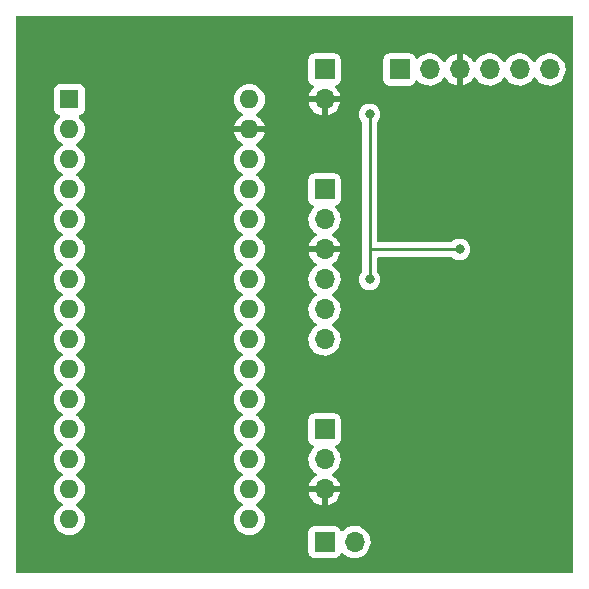
<source format=gbl>
G04 #@! TF.GenerationSoftware,KiCad,Pcbnew,(6.0.10)*
G04 #@! TF.CreationDate,2024-05-09T20:32:42+03:00*
G04 #@! TF.ProjectId,iot-robots,696f742d-726f-4626-9f74-732e6b696361,rev?*
G04 #@! TF.SameCoordinates,Original*
G04 #@! TF.FileFunction,Copper,L2,Bot*
G04 #@! TF.FilePolarity,Positive*
%FSLAX46Y46*%
G04 Gerber Fmt 4.6, Leading zero omitted, Abs format (unit mm)*
G04 Created by KiCad (PCBNEW (6.0.10)) date 2024-05-09 20:32:42*
%MOMM*%
%LPD*%
G01*
G04 APERTURE LIST*
G04 #@! TA.AperFunction,ComponentPad*
%ADD10R,1.700000X1.700000*%
G04 #@! TD*
G04 #@! TA.AperFunction,ComponentPad*
%ADD11O,1.700000X1.700000*%
G04 #@! TD*
G04 #@! TA.AperFunction,ComponentPad*
%ADD12R,1.600000X1.600000*%
G04 #@! TD*
G04 #@! TA.AperFunction,ComponentPad*
%ADD13O,1.600000X1.600000*%
G04 #@! TD*
G04 #@! TA.AperFunction,ViaPad*
%ADD14C,0.800000*%
G04 #@! TD*
G04 #@! TA.AperFunction,Conductor*
%ADD15C,0.250000*%
G04 #@! TD*
G04 APERTURE END LIST*
D10*
X120650000Y-114935000D03*
D11*
X123190000Y-114935000D03*
D10*
X120650000Y-105410000D03*
D11*
X120650000Y-107950000D03*
X120650000Y-110490000D03*
D10*
X120650000Y-85090000D03*
D11*
X120650000Y-87630000D03*
X120650000Y-90170000D03*
X120650000Y-92710000D03*
X120650000Y-95250000D03*
X120650000Y-97790000D03*
D10*
X120650000Y-74930000D03*
D11*
X120650000Y-77470000D03*
X139700000Y-74930000D03*
X137160000Y-74930000D03*
X134620000Y-74930000D03*
X132080000Y-74930000D03*
X129540000Y-74930000D03*
D10*
X127000000Y-74930000D03*
D12*
X99050000Y-77470000D03*
D13*
X99050000Y-80010000D03*
X99050000Y-82550000D03*
X99050000Y-85090000D03*
X99050000Y-87630000D03*
X99050000Y-90170000D03*
X99050000Y-92710000D03*
X99050000Y-95250000D03*
X99050000Y-97790000D03*
X99050000Y-100330000D03*
X99050000Y-102870000D03*
X99050000Y-105410000D03*
X99050000Y-107950000D03*
X99050000Y-110490000D03*
X99050000Y-113030000D03*
X114290000Y-113030000D03*
X114290000Y-110490000D03*
X114290000Y-107950000D03*
X114290000Y-105410000D03*
X114290000Y-102870000D03*
X114290000Y-100330000D03*
X114290000Y-97790000D03*
X114290000Y-95250000D03*
X114290000Y-92710000D03*
X114290000Y-90170000D03*
X114290000Y-87630000D03*
X114290000Y-85090000D03*
X114290000Y-82550000D03*
X114290000Y-80010000D03*
X114290000Y-77470000D03*
D14*
X132080000Y-90170000D03*
X124460000Y-92710000D03*
X124460000Y-78740000D03*
D15*
X130810000Y-90170000D02*
X132080000Y-90170000D01*
X124460000Y-90170000D02*
X124460000Y-92710000D01*
X124460000Y-78740000D02*
X124460000Y-90170000D01*
X124460000Y-90170000D02*
X130810000Y-90170000D01*
G04 #@! TA.AperFunction,Conductor*
G36*
X141673621Y-70378502D02*
G01*
X141720114Y-70432158D01*
X141731500Y-70484500D01*
X141731500Y-117475500D01*
X141711498Y-117543621D01*
X141657842Y-117590114D01*
X141605500Y-117601500D01*
X94614500Y-117601500D01*
X94546379Y-117581498D01*
X94499886Y-117527842D01*
X94488500Y-117475500D01*
X94488500Y-115833134D01*
X119291500Y-115833134D01*
X119298255Y-115895316D01*
X119349385Y-116031705D01*
X119436739Y-116148261D01*
X119553295Y-116235615D01*
X119689684Y-116286745D01*
X119751866Y-116293500D01*
X121548134Y-116293500D01*
X121610316Y-116286745D01*
X121746705Y-116235615D01*
X121863261Y-116148261D01*
X121950615Y-116031705D01*
X121972799Y-115972529D01*
X121994598Y-115914382D01*
X122037240Y-115857618D01*
X122103802Y-115832918D01*
X122173150Y-115848126D01*
X122207817Y-115876114D01*
X122236250Y-115908938D01*
X122408126Y-116051632D01*
X122601000Y-116164338D01*
X122809692Y-116244030D01*
X122814760Y-116245061D01*
X122814763Y-116245062D01*
X122922017Y-116266883D01*
X123028597Y-116288567D01*
X123033772Y-116288757D01*
X123033774Y-116288757D01*
X123246673Y-116296564D01*
X123246677Y-116296564D01*
X123251837Y-116296753D01*
X123256957Y-116296097D01*
X123256959Y-116296097D01*
X123468288Y-116269025D01*
X123468289Y-116269025D01*
X123473416Y-116268368D01*
X123478366Y-116266883D01*
X123682429Y-116205661D01*
X123682434Y-116205659D01*
X123687384Y-116204174D01*
X123887994Y-116105896D01*
X124069860Y-115976173D01*
X124228096Y-115818489D01*
X124358453Y-115637077D01*
X124457430Y-115436811D01*
X124522370Y-115223069D01*
X124551529Y-115001590D01*
X124553156Y-114935000D01*
X124534852Y-114712361D01*
X124480431Y-114495702D01*
X124391354Y-114290840D01*
X124351906Y-114229862D01*
X124272822Y-114107617D01*
X124272820Y-114107614D01*
X124270014Y-114103277D01*
X124119670Y-113938051D01*
X124115619Y-113934852D01*
X124115615Y-113934848D01*
X123948414Y-113802800D01*
X123948410Y-113802798D01*
X123944359Y-113799598D01*
X123748789Y-113691638D01*
X123743920Y-113689914D01*
X123743916Y-113689912D01*
X123543087Y-113618795D01*
X123543083Y-113618794D01*
X123538212Y-113617069D01*
X123533119Y-113616162D01*
X123533116Y-113616161D01*
X123323373Y-113578800D01*
X123323367Y-113578799D01*
X123318284Y-113577894D01*
X123244452Y-113576992D01*
X123100081Y-113575228D01*
X123100079Y-113575228D01*
X123094911Y-113575165D01*
X122874091Y-113608955D01*
X122661756Y-113678357D01*
X122463607Y-113781507D01*
X122459474Y-113784610D01*
X122459471Y-113784612D01*
X122289100Y-113912530D01*
X122284965Y-113915635D01*
X122228537Y-113974684D01*
X122204283Y-114000064D01*
X122142759Y-114035494D01*
X122071846Y-114032037D01*
X122014060Y-113990791D01*
X121995207Y-113957243D01*
X121953767Y-113846703D01*
X121950615Y-113838295D01*
X121863261Y-113721739D01*
X121746705Y-113634385D01*
X121610316Y-113583255D01*
X121548134Y-113576500D01*
X119751866Y-113576500D01*
X119689684Y-113583255D01*
X119553295Y-113634385D01*
X119436739Y-113721739D01*
X119349385Y-113838295D01*
X119298255Y-113974684D01*
X119291500Y-114036866D01*
X119291500Y-115833134D01*
X94488500Y-115833134D01*
X94488500Y-113030000D01*
X97736502Y-113030000D01*
X97756457Y-113258087D01*
X97815716Y-113479243D01*
X97818039Y-113484224D01*
X97818039Y-113484225D01*
X97910151Y-113681762D01*
X97910154Y-113681767D01*
X97912477Y-113686749D01*
X97981002Y-113784612D01*
X97989747Y-113797101D01*
X98043802Y-113874300D01*
X98205700Y-114036198D01*
X98210208Y-114039355D01*
X98210211Y-114039357D01*
X98264168Y-114077138D01*
X98393251Y-114167523D01*
X98398233Y-114169846D01*
X98398238Y-114169849D01*
X98595775Y-114261961D01*
X98600757Y-114264284D01*
X98606065Y-114265706D01*
X98606067Y-114265707D01*
X98816598Y-114322119D01*
X98816600Y-114322119D01*
X98821913Y-114323543D01*
X99050000Y-114343498D01*
X99278087Y-114323543D01*
X99283400Y-114322119D01*
X99283402Y-114322119D01*
X99493933Y-114265707D01*
X99493935Y-114265706D01*
X99499243Y-114264284D01*
X99504225Y-114261961D01*
X99701762Y-114169849D01*
X99701767Y-114169846D01*
X99706749Y-114167523D01*
X99835832Y-114077138D01*
X99889789Y-114039357D01*
X99889792Y-114039355D01*
X99894300Y-114036198D01*
X100056198Y-113874300D01*
X100110254Y-113797101D01*
X100118998Y-113784612D01*
X100187523Y-113686749D01*
X100189846Y-113681767D01*
X100189849Y-113681762D01*
X100281961Y-113484225D01*
X100281961Y-113484224D01*
X100284284Y-113479243D01*
X100343543Y-113258087D01*
X100363498Y-113030000D01*
X112976502Y-113030000D01*
X112996457Y-113258087D01*
X113055716Y-113479243D01*
X113058039Y-113484224D01*
X113058039Y-113484225D01*
X113150151Y-113681762D01*
X113150154Y-113681767D01*
X113152477Y-113686749D01*
X113221002Y-113784612D01*
X113229747Y-113797101D01*
X113283802Y-113874300D01*
X113445700Y-114036198D01*
X113450208Y-114039355D01*
X113450211Y-114039357D01*
X113504168Y-114077138D01*
X113633251Y-114167523D01*
X113638233Y-114169846D01*
X113638238Y-114169849D01*
X113835775Y-114261961D01*
X113840757Y-114264284D01*
X113846065Y-114265706D01*
X113846067Y-114265707D01*
X114056598Y-114322119D01*
X114056600Y-114322119D01*
X114061913Y-114323543D01*
X114290000Y-114343498D01*
X114518087Y-114323543D01*
X114523400Y-114322119D01*
X114523402Y-114322119D01*
X114733933Y-114265707D01*
X114733935Y-114265706D01*
X114739243Y-114264284D01*
X114744225Y-114261961D01*
X114941762Y-114169849D01*
X114941767Y-114169846D01*
X114946749Y-114167523D01*
X115075832Y-114077138D01*
X115129789Y-114039357D01*
X115129792Y-114039355D01*
X115134300Y-114036198D01*
X115296198Y-113874300D01*
X115350254Y-113797101D01*
X115358998Y-113784612D01*
X115427523Y-113686749D01*
X115429846Y-113681767D01*
X115429849Y-113681762D01*
X115521961Y-113484225D01*
X115521961Y-113484224D01*
X115524284Y-113479243D01*
X115583543Y-113258087D01*
X115603498Y-113030000D01*
X115583543Y-112801913D01*
X115524284Y-112580757D01*
X115521961Y-112575775D01*
X115429849Y-112378238D01*
X115429846Y-112378233D01*
X115427523Y-112373251D01*
X115296198Y-112185700D01*
X115134300Y-112023802D01*
X115129792Y-112020645D01*
X115129789Y-112020643D01*
X115051611Y-111965902D01*
X114946749Y-111892477D01*
X114941767Y-111890154D01*
X114941762Y-111890151D01*
X114907543Y-111874195D01*
X114854258Y-111827278D01*
X114834797Y-111759001D01*
X114855339Y-111691041D01*
X114907543Y-111645805D01*
X114941762Y-111629849D01*
X114941767Y-111629846D01*
X114946749Y-111627523D01*
X115051611Y-111554098D01*
X115129789Y-111499357D01*
X115129792Y-111499355D01*
X115134300Y-111496198D01*
X115296198Y-111334300D01*
X115427523Y-111146749D01*
X115429846Y-111141767D01*
X115429849Y-111141762D01*
X115521961Y-110944225D01*
X115521961Y-110944224D01*
X115524284Y-110939243D01*
X115572858Y-110757966D01*
X119318257Y-110757966D01*
X119348565Y-110892446D01*
X119351645Y-110902275D01*
X119431770Y-111099603D01*
X119436413Y-111108794D01*
X119547694Y-111290388D01*
X119553777Y-111298699D01*
X119693213Y-111459667D01*
X119700580Y-111466883D01*
X119864434Y-111602916D01*
X119872881Y-111608831D01*
X120056756Y-111716279D01*
X120066042Y-111720729D01*
X120265001Y-111796703D01*
X120274899Y-111799579D01*
X120378250Y-111820606D01*
X120392299Y-111819410D01*
X120396000Y-111809065D01*
X120396000Y-111808517D01*
X120904000Y-111808517D01*
X120908064Y-111822359D01*
X120921478Y-111824393D01*
X120928184Y-111823534D01*
X120938262Y-111821392D01*
X121142255Y-111760191D01*
X121151842Y-111756433D01*
X121343095Y-111662739D01*
X121351945Y-111657464D01*
X121525328Y-111533792D01*
X121533200Y-111527139D01*
X121684052Y-111376812D01*
X121690730Y-111368965D01*
X121815003Y-111196020D01*
X121820313Y-111187183D01*
X121914670Y-110996267D01*
X121918469Y-110986672D01*
X121980377Y-110782910D01*
X121982555Y-110772837D01*
X121983986Y-110761962D01*
X121981775Y-110747778D01*
X121968617Y-110744000D01*
X120922115Y-110744000D01*
X120906876Y-110748475D01*
X120905671Y-110749865D01*
X120904000Y-110757548D01*
X120904000Y-111808517D01*
X120396000Y-111808517D01*
X120396000Y-110762115D01*
X120391525Y-110746876D01*
X120390135Y-110745671D01*
X120382452Y-110744000D01*
X119333225Y-110744000D01*
X119319694Y-110747973D01*
X119318257Y-110757966D01*
X115572858Y-110757966D01*
X115582119Y-110723402D01*
X115582119Y-110723400D01*
X115583543Y-110718087D01*
X115603498Y-110490000D01*
X115583543Y-110261913D01*
X115576600Y-110236000D01*
X115525707Y-110046067D01*
X115525706Y-110046065D01*
X115524284Y-110040757D01*
X115435713Y-109850814D01*
X115429849Y-109838238D01*
X115429846Y-109838233D01*
X115427523Y-109833251D01*
X115296198Y-109645700D01*
X115134300Y-109483802D01*
X115129792Y-109480645D01*
X115129789Y-109480643D01*
X115051611Y-109425902D01*
X114946749Y-109352477D01*
X114941767Y-109350154D01*
X114941762Y-109350151D01*
X114907543Y-109334195D01*
X114854258Y-109287278D01*
X114834797Y-109219001D01*
X114855339Y-109151041D01*
X114907543Y-109105805D01*
X114941762Y-109089849D01*
X114941767Y-109089846D01*
X114946749Y-109087523D01*
X115089555Y-108987529D01*
X115129789Y-108959357D01*
X115129792Y-108959355D01*
X115134300Y-108956198D01*
X115296198Y-108794300D01*
X115320923Y-108758990D01*
X115424366Y-108611257D01*
X115427523Y-108606749D01*
X115429846Y-108601767D01*
X115429849Y-108601762D01*
X115521961Y-108404225D01*
X115521961Y-108404224D01*
X115524284Y-108399243D01*
X115534150Y-108362425D01*
X115582119Y-108183402D01*
X115582119Y-108183400D01*
X115583543Y-108178087D01*
X115603498Y-107950000D01*
X115600584Y-107916695D01*
X119287251Y-107916695D01*
X119287548Y-107921848D01*
X119287548Y-107921851D01*
X119293011Y-108016590D01*
X119300110Y-108139715D01*
X119301247Y-108144761D01*
X119301248Y-108144767D01*
X119309955Y-108183402D01*
X119349222Y-108357639D01*
X119433266Y-108564616D01*
X119549987Y-108755088D01*
X119696250Y-108923938D01*
X119868126Y-109066632D01*
X119935163Y-109105805D01*
X119941955Y-109109774D01*
X119990679Y-109161412D01*
X120003750Y-109231195D01*
X119977019Y-109296967D01*
X119936562Y-109330327D01*
X119928457Y-109334546D01*
X119919738Y-109340036D01*
X119749433Y-109467905D01*
X119741726Y-109474748D01*
X119594590Y-109628717D01*
X119588104Y-109636727D01*
X119468098Y-109812649D01*
X119463000Y-109821623D01*
X119373338Y-110014783D01*
X119369775Y-110024470D01*
X119314389Y-110224183D01*
X119315912Y-110232607D01*
X119328292Y-110236000D01*
X121968344Y-110236000D01*
X121981875Y-110232027D01*
X121983180Y-110222947D01*
X121941214Y-110055875D01*
X121937894Y-110046124D01*
X121852972Y-109850814D01*
X121848105Y-109841739D01*
X121732426Y-109662926D01*
X121726136Y-109654757D01*
X121582806Y-109497240D01*
X121575273Y-109490215D01*
X121408139Y-109358222D01*
X121399556Y-109352520D01*
X121362602Y-109332120D01*
X121312631Y-109281687D01*
X121297859Y-109212245D01*
X121322975Y-109145839D01*
X121350327Y-109119232D01*
X121373797Y-109102491D01*
X121529860Y-108991173D01*
X121561788Y-108959357D01*
X121684435Y-108837137D01*
X121688096Y-108833489D01*
X121719498Y-108789789D01*
X121815435Y-108656277D01*
X121818453Y-108652077D01*
X121838628Y-108611257D01*
X121915136Y-108456453D01*
X121915137Y-108456451D01*
X121917430Y-108451811D01*
X121982370Y-108238069D01*
X122011529Y-108016590D01*
X122013156Y-107950000D01*
X121994852Y-107727361D01*
X121940431Y-107510702D01*
X121851354Y-107305840D01*
X121730014Y-107118277D01*
X121715024Y-107101803D01*
X121582798Y-106956488D01*
X121551746Y-106892642D01*
X121560141Y-106822143D01*
X121605317Y-106767375D01*
X121631761Y-106753706D01*
X121738297Y-106713767D01*
X121746705Y-106710615D01*
X121863261Y-106623261D01*
X121950615Y-106506705D01*
X122001745Y-106370316D01*
X122008500Y-106308134D01*
X122008500Y-104511866D01*
X122001745Y-104449684D01*
X121950615Y-104313295D01*
X121863261Y-104196739D01*
X121746705Y-104109385D01*
X121610316Y-104058255D01*
X121548134Y-104051500D01*
X119751866Y-104051500D01*
X119689684Y-104058255D01*
X119553295Y-104109385D01*
X119436739Y-104196739D01*
X119349385Y-104313295D01*
X119298255Y-104449684D01*
X119291500Y-104511866D01*
X119291500Y-106308134D01*
X119298255Y-106370316D01*
X119349385Y-106506705D01*
X119436739Y-106623261D01*
X119553295Y-106710615D01*
X119561704Y-106713767D01*
X119561705Y-106713768D01*
X119670451Y-106754535D01*
X119727216Y-106797176D01*
X119751916Y-106863738D01*
X119736709Y-106933087D01*
X119717316Y-106959568D01*
X119590629Y-107092138D01*
X119587715Y-107096410D01*
X119587714Y-107096411D01*
X119578300Y-107110211D01*
X119464743Y-107276680D01*
X119370688Y-107479305D01*
X119310989Y-107694570D01*
X119287251Y-107916695D01*
X115600584Y-107916695D01*
X115583543Y-107721913D01*
X115577593Y-107699707D01*
X115525707Y-107506067D01*
X115525706Y-107506065D01*
X115524284Y-107500757D01*
X115512092Y-107474610D01*
X115429849Y-107298238D01*
X115429846Y-107298233D01*
X115427523Y-107293251D01*
X115354098Y-107188389D01*
X115299357Y-107110211D01*
X115299355Y-107110208D01*
X115296198Y-107105700D01*
X115134300Y-106943802D01*
X115129792Y-106940645D01*
X115129789Y-106940643D01*
X114960553Y-106822143D01*
X114946749Y-106812477D01*
X114941767Y-106810154D01*
X114941762Y-106810151D01*
X114907543Y-106794195D01*
X114854258Y-106747278D01*
X114834797Y-106679001D01*
X114855339Y-106611041D01*
X114907543Y-106565805D01*
X114941762Y-106549849D01*
X114941767Y-106549846D01*
X114946749Y-106547523D01*
X115051611Y-106474098D01*
X115129789Y-106419357D01*
X115129792Y-106419355D01*
X115134300Y-106416198D01*
X115296198Y-106254300D01*
X115427523Y-106066749D01*
X115429846Y-106061767D01*
X115429849Y-106061762D01*
X115521961Y-105864225D01*
X115521961Y-105864224D01*
X115524284Y-105859243D01*
X115583543Y-105638087D01*
X115603498Y-105410000D01*
X115583543Y-105181913D01*
X115524284Y-104960757D01*
X115521961Y-104955775D01*
X115429849Y-104758238D01*
X115429846Y-104758233D01*
X115427523Y-104753251D01*
X115296198Y-104565700D01*
X115134300Y-104403802D01*
X115129792Y-104400645D01*
X115129789Y-104400643D01*
X114994780Y-104306109D01*
X114946749Y-104272477D01*
X114941767Y-104270154D01*
X114941762Y-104270151D01*
X114907543Y-104254195D01*
X114854258Y-104207278D01*
X114834797Y-104139001D01*
X114855339Y-104071041D01*
X114907543Y-104025805D01*
X114941762Y-104009849D01*
X114941767Y-104009846D01*
X114946749Y-104007523D01*
X115051611Y-103934098D01*
X115129789Y-103879357D01*
X115129792Y-103879355D01*
X115134300Y-103876198D01*
X115296198Y-103714300D01*
X115427523Y-103526749D01*
X115429846Y-103521767D01*
X115429849Y-103521762D01*
X115521961Y-103324225D01*
X115521961Y-103324224D01*
X115524284Y-103319243D01*
X115583543Y-103098087D01*
X115603498Y-102870000D01*
X115583543Y-102641913D01*
X115524284Y-102420757D01*
X115521961Y-102415775D01*
X115429849Y-102218238D01*
X115429846Y-102218233D01*
X115427523Y-102213251D01*
X115296198Y-102025700D01*
X115134300Y-101863802D01*
X115129792Y-101860645D01*
X115129789Y-101860643D01*
X115051611Y-101805902D01*
X114946749Y-101732477D01*
X114941767Y-101730154D01*
X114941762Y-101730151D01*
X114907543Y-101714195D01*
X114854258Y-101667278D01*
X114834797Y-101599001D01*
X114855339Y-101531041D01*
X114907543Y-101485805D01*
X114941762Y-101469849D01*
X114941767Y-101469846D01*
X114946749Y-101467523D01*
X115051611Y-101394098D01*
X115129789Y-101339357D01*
X115129792Y-101339355D01*
X115134300Y-101336198D01*
X115296198Y-101174300D01*
X115427523Y-100986749D01*
X115429846Y-100981767D01*
X115429849Y-100981762D01*
X115521961Y-100784225D01*
X115521961Y-100784224D01*
X115524284Y-100779243D01*
X115583543Y-100558087D01*
X115603498Y-100330000D01*
X115583543Y-100101913D01*
X115524284Y-99880757D01*
X115521961Y-99875775D01*
X115429849Y-99678238D01*
X115429846Y-99678233D01*
X115427523Y-99673251D01*
X115296198Y-99485700D01*
X115134300Y-99323802D01*
X115129792Y-99320645D01*
X115129789Y-99320643D01*
X115051611Y-99265902D01*
X114946749Y-99192477D01*
X114941767Y-99190154D01*
X114941762Y-99190151D01*
X114907543Y-99174195D01*
X114854258Y-99127278D01*
X114834797Y-99059001D01*
X114855339Y-98991041D01*
X114907543Y-98945805D01*
X114941762Y-98929849D01*
X114941767Y-98929846D01*
X114946749Y-98927523D01*
X115089555Y-98827529D01*
X115129789Y-98799357D01*
X115129792Y-98799355D01*
X115134300Y-98796198D01*
X115296198Y-98634300D01*
X115320923Y-98598990D01*
X115424366Y-98451257D01*
X115427523Y-98446749D01*
X115429846Y-98441767D01*
X115429849Y-98441762D01*
X115521961Y-98244225D01*
X115521961Y-98244224D01*
X115524284Y-98239243D01*
X115534150Y-98202425D01*
X115582119Y-98023402D01*
X115582119Y-98023400D01*
X115583543Y-98018087D01*
X115603498Y-97790000D01*
X115600584Y-97756695D01*
X119287251Y-97756695D01*
X119287548Y-97761848D01*
X119287548Y-97761851D01*
X119293011Y-97856590D01*
X119300110Y-97979715D01*
X119301247Y-97984761D01*
X119301248Y-97984767D01*
X119309955Y-98023402D01*
X119349222Y-98197639D01*
X119433266Y-98404616D01*
X119549987Y-98595088D01*
X119696250Y-98763938D01*
X119868126Y-98906632D01*
X120061000Y-99019338D01*
X120269692Y-99099030D01*
X120274760Y-99100061D01*
X120274763Y-99100062D01*
X120382017Y-99121883D01*
X120488597Y-99143567D01*
X120493772Y-99143757D01*
X120493774Y-99143757D01*
X120706673Y-99151564D01*
X120706677Y-99151564D01*
X120711837Y-99151753D01*
X120716957Y-99151097D01*
X120716959Y-99151097D01*
X120928288Y-99124025D01*
X120928289Y-99124025D01*
X120933416Y-99123368D01*
X120938366Y-99121883D01*
X121142429Y-99060661D01*
X121142434Y-99060659D01*
X121147384Y-99059174D01*
X121347994Y-98960896D01*
X121529860Y-98831173D01*
X121561788Y-98799357D01*
X121684435Y-98677137D01*
X121688096Y-98673489D01*
X121719498Y-98629789D01*
X121815435Y-98496277D01*
X121818453Y-98492077D01*
X121838628Y-98451257D01*
X121915136Y-98296453D01*
X121915137Y-98296451D01*
X121917430Y-98291811D01*
X121982370Y-98078069D01*
X122011529Y-97856590D01*
X122013156Y-97790000D01*
X121994852Y-97567361D01*
X121940431Y-97350702D01*
X121851354Y-97145840D01*
X121730014Y-96958277D01*
X121579670Y-96793051D01*
X121575619Y-96789852D01*
X121575615Y-96789848D01*
X121408414Y-96657800D01*
X121408410Y-96657798D01*
X121404359Y-96654598D01*
X121363053Y-96631796D01*
X121313084Y-96581364D01*
X121298312Y-96511921D01*
X121323428Y-96445516D01*
X121350780Y-96418909D01*
X121399207Y-96384366D01*
X121529860Y-96291173D01*
X121561788Y-96259357D01*
X121684435Y-96137137D01*
X121688096Y-96133489D01*
X121719498Y-96089789D01*
X121815435Y-95956277D01*
X121818453Y-95952077D01*
X121838628Y-95911257D01*
X121915136Y-95756453D01*
X121915137Y-95756451D01*
X121917430Y-95751811D01*
X121982370Y-95538069D01*
X122011529Y-95316590D01*
X122013156Y-95250000D01*
X121994852Y-95027361D01*
X121940431Y-94810702D01*
X121851354Y-94605840D01*
X121730014Y-94418277D01*
X121579670Y-94253051D01*
X121575619Y-94249852D01*
X121575615Y-94249848D01*
X121408414Y-94117800D01*
X121408410Y-94117798D01*
X121404359Y-94114598D01*
X121363053Y-94091796D01*
X121313084Y-94041364D01*
X121298312Y-93971921D01*
X121323428Y-93905516D01*
X121350780Y-93878909D01*
X121399207Y-93844366D01*
X121529860Y-93751173D01*
X121561788Y-93719357D01*
X121684435Y-93597137D01*
X121688096Y-93593489D01*
X121697670Y-93580166D01*
X121815435Y-93416277D01*
X121818453Y-93412077D01*
X121828006Y-93392749D01*
X121915136Y-93216453D01*
X121915137Y-93216451D01*
X121917430Y-93211811D01*
X121982370Y-92998069D01*
X122011529Y-92776590D01*
X122013156Y-92710000D01*
X123546496Y-92710000D01*
X123547186Y-92716565D01*
X123553844Y-92779908D01*
X123566458Y-92899928D01*
X123625473Y-93081556D01*
X123628776Y-93087278D01*
X123628777Y-93087279D01*
X123649069Y-93122425D01*
X123720960Y-93246944D01*
X123848747Y-93388866D01*
X124003248Y-93501118D01*
X124009276Y-93503802D01*
X124009278Y-93503803D01*
X124034625Y-93515088D01*
X124177712Y-93578794D01*
X124264009Y-93597137D01*
X124358056Y-93617128D01*
X124358061Y-93617128D01*
X124364513Y-93618500D01*
X124555487Y-93618500D01*
X124561939Y-93617128D01*
X124561944Y-93617128D01*
X124655991Y-93597137D01*
X124742288Y-93578794D01*
X124885375Y-93515088D01*
X124910722Y-93503803D01*
X124910724Y-93503802D01*
X124916752Y-93501118D01*
X125071253Y-93388866D01*
X125199040Y-93246944D01*
X125270931Y-93122425D01*
X125291223Y-93087279D01*
X125291224Y-93087278D01*
X125294527Y-93081556D01*
X125353542Y-92899928D01*
X125366157Y-92779908D01*
X125372814Y-92716565D01*
X125373504Y-92710000D01*
X125353542Y-92520072D01*
X125294527Y-92338444D01*
X125199040Y-92173056D01*
X125125863Y-92091785D01*
X125095147Y-92027779D01*
X125093500Y-92007476D01*
X125093500Y-90929500D01*
X125113502Y-90861379D01*
X125167158Y-90814886D01*
X125219500Y-90803500D01*
X131371800Y-90803500D01*
X131439921Y-90823502D01*
X131459147Y-90839843D01*
X131459420Y-90839540D01*
X131464332Y-90843963D01*
X131468747Y-90848866D01*
X131623248Y-90961118D01*
X131629276Y-90963802D01*
X131629278Y-90963803D01*
X131732565Y-91009789D01*
X131797712Y-91038794D01*
X131882480Y-91056812D01*
X131978056Y-91077128D01*
X131978061Y-91077128D01*
X131984513Y-91078500D01*
X132175487Y-91078500D01*
X132181939Y-91077128D01*
X132181944Y-91077128D01*
X132277520Y-91056812D01*
X132362288Y-91038794D01*
X132427435Y-91009789D01*
X132530722Y-90963803D01*
X132530724Y-90963802D01*
X132536752Y-90961118D01*
X132691253Y-90848866D01*
X132819040Y-90706944D01*
X132914527Y-90541556D01*
X132973542Y-90359928D01*
X132993504Y-90170000D01*
X132992814Y-90163435D01*
X132974232Y-89986635D01*
X132974232Y-89986633D01*
X132973542Y-89980072D01*
X132914527Y-89798444D01*
X132819040Y-89633056D01*
X132691253Y-89491134D01*
X132536752Y-89378882D01*
X132530724Y-89376198D01*
X132530722Y-89376197D01*
X132368319Y-89303891D01*
X132368318Y-89303891D01*
X132362288Y-89301206D01*
X132268887Y-89281353D01*
X132181944Y-89262872D01*
X132181939Y-89262872D01*
X132175487Y-89261500D01*
X131984513Y-89261500D01*
X131978061Y-89262872D01*
X131978056Y-89262872D01*
X131891113Y-89281353D01*
X131797712Y-89301206D01*
X131791682Y-89303891D01*
X131791681Y-89303891D01*
X131629278Y-89376197D01*
X131629276Y-89376198D01*
X131623248Y-89378882D01*
X131468747Y-89491134D01*
X131464332Y-89496037D01*
X131459420Y-89500460D01*
X131458295Y-89499211D01*
X131404986Y-89532051D01*
X131371800Y-89536500D01*
X125219500Y-89536500D01*
X125151379Y-89516498D01*
X125104886Y-89462842D01*
X125093500Y-89410500D01*
X125093500Y-79442524D01*
X125113502Y-79374403D01*
X125125858Y-79358221D01*
X125199040Y-79276944D01*
X125294527Y-79111556D01*
X125353542Y-78929928D01*
X125373504Y-78740000D01*
X125371467Y-78720615D01*
X125354232Y-78556635D01*
X125354232Y-78556633D01*
X125353542Y-78550072D01*
X125294527Y-78368444D01*
X125199040Y-78203056D01*
X125071253Y-78061134D01*
X124916752Y-77948882D01*
X124910724Y-77946198D01*
X124910722Y-77946197D01*
X124748319Y-77873891D01*
X124748318Y-77873891D01*
X124742288Y-77871206D01*
X124648888Y-77851353D01*
X124561944Y-77832872D01*
X124561939Y-77832872D01*
X124555487Y-77831500D01*
X124364513Y-77831500D01*
X124358061Y-77832872D01*
X124358056Y-77832872D01*
X124271112Y-77851353D01*
X124177712Y-77871206D01*
X124171682Y-77873891D01*
X124171681Y-77873891D01*
X124009278Y-77946197D01*
X124009276Y-77946198D01*
X124003248Y-77948882D01*
X123848747Y-78061134D01*
X123720960Y-78203056D01*
X123625473Y-78368444D01*
X123566458Y-78550072D01*
X123565768Y-78556633D01*
X123565768Y-78556635D01*
X123548533Y-78720615D01*
X123546496Y-78740000D01*
X123566458Y-78929928D01*
X123625473Y-79111556D01*
X123720960Y-79276944D01*
X123794137Y-79358215D01*
X123824853Y-79422221D01*
X123826500Y-79442524D01*
X123826500Y-90098207D01*
X123824268Y-90121816D01*
X123822725Y-90129906D01*
X123826251Y-90185951D01*
X123826500Y-90193862D01*
X123826500Y-92007476D01*
X123806498Y-92075597D01*
X123794142Y-92091779D01*
X123720960Y-92173056D01*
X123625473Y-92338444D01*
X123566458Y-92520072D01*
X123546496Y-92710000D01*
X122013156Y-92710000D01*
X121994852Y-92487361D01*
X121940431Y-92270702D01*
X121851354Y-92065840D01*
X121730014Y-91878277D01*
X121579670Y-91713051D01*
X121575619Y-91709852D01*
X121575615Y-91709848D01*
X121408414Y-91577800D01*
X121408410Y-91577798D01*
X121404359Y-91574598D01*
X121362569Y-91551529D01*
X121312598Y-91501097D01*
X121297826Y-91431654D01*
X121322942Y-91365248D01*
X121350294Y-91338641D01*
X121525328Y-91213792D01*
X121533200Y-91207139D01*
X121684052Y-91056812D01*
X121690730Y-91048965D01*
X121815003Y-90876020D01*
X121820313Y-90867183D01*
X121914670Y-90676267D01*
X121918469Y-90666672D01*
X121980377Y-90462910D01*
X121982555Y-90452837D01*
X121983986Y-90441962D01*
X121981775Y-90427778D01*
X121968617Y-90424000D01*
X119333225Y-90424000D01*
X119319694Y-90427973D01*
X119318257Y-90437966D01*
X119348565Y-90572446D01*
X119351645Y-90582275D01*
X119431770Y-90779603D01*
X119436413Y-90788794D01*
X119547694Y-90970388D01*
X119553777Y-90978699D01*
X119693213Y-91139667D01*
X119700580Y-91146883D01*
X119864434Y-91282916D01*
X119872881Y-91288831D01*
X119941969Y-91329203D01*
X119990693Y-91380842D01*
X120003764Y-91450625D01*
X119977033Y-91516396D01*
X119936584Y-91549752D01*
X119923607Y-91556507D01*
X119919474Y-91559610D01*
X119919471Y-91559612D01*
X119898132Y-91575634D01*
X119744965Y-91690635D01*
X119590629Y-91852138D01*
X119587715Y-91856410D01*
X119587714Y-91856411D01*
X119578300Y-91870211D01*
X119464743Y-92036680D01*
X119439163Y-92091787D01*
X119403716Y-92168153D01*
X119370688Y-92239305D01*
X119310989Y-92454570D01*
X119287251Y-92676695D01*
X119287548Y-92681848D01*
X119287548Y-92681851D01*
X119293011Y-92776590D01*
X119300110Y-92899715D01*
X119301247Y-92904761D01*
X119301248Y-92904767D01*
X119309955Y-92943402D01*
X119349222Y-93117639D01*
X119433266Y-93324616D01*
X119435965Y-93329020D01*
X119543072Y-93503803D01*
X119549987Y-93515088D01*
X119696250Y-93683938D01*
X119868126Y-93826632D01*
X119935163Y-93865805D01*
X119941445Y-93869476D01*
X119990169Y-93921114D01*
X120003240Y-93990897D01*
X119976509Y-94056669D01*
X119936055Y-94090027D01*
X119923607Y-94096507D01*
X119919474Y-94099610D01*
X119919471Y-94099612D01*
X119898132Y-94115634D01*
X119744965Y-94230635D01*
X119590629Y-94392138D01*
X119587715Y-94396410D01*
X119587714Y-94396411D01*
X119578300Y-94410211D01*
X119464743Y-94576680D01*
X119370688Y-94779305D01*
X119310989Y-94994570D01*
X119287251Y-95216695D01*
X119287548Y-95221848D01*
X119287548Y-95221851D01*
X119293011Y-95316590D01*
X119300110Y-95439715D01*
X119301247Y-95444761D01*
X119301248Y-95444767D01*
X119309955Y-95483402D01*
X119349222Y-95657639D01*
X119433266Y-95864616D01*
X119549987Y-96055088D01*
X119696250Y-96223938D01*
X119868126Y-96366632D01*
X119935163Y-96405805D01*
X119941445Y-96409476D01*
X119990169Y-96461114D01*
X120003240Y-96530897D01*
X119976509Y-96596669D01*
X119936055Y-96630027D01*
X119923607Y-96636507D01*
X119919474Y-96639610D01*
X119919471Y-96639612D01*
X119898132Y-96655634D01*
X119744965Y-96770635D01*
X119590629Y-96932138D01*
X119587715Y-96936410D01*
X119587714Y-96936411D01*
X119578300Y-96950211D01*
X119464743Y-97116680D01*
X119370688Y-97319305D01*
X119310989Y-97534570D01*
X119287251Y-97756695D01*
X115600584Y-97756695D01*
X115583543Y-97561913D01*
X115577593Y-97539707D01*
X115525707Y-97346067D01*
X115525706Y-97346065D01*
X115524284Y-97340757D01*
X115512092Y-97314610D01*
X115429849Y-97138238D01*
X115429846Y-97138233D01*
X115427523Y-97133251D01*
X115354098Y-97028389D01*
X115299357Y-96950211D01*
X115299355Y-96950208D01*
X115296198Y-96945700D01*
X115134300Y-96783802D01*
X115129792Y-96780645D01*
X115129789Y-96780643D01*
X115051611Y-96725902D01*
X114946749Y-96652477D01*
X114941767Y-96650154D01*
X114941762Y-96650151D01*
X114907543Y-96634195D01*
X114854258Y-96587278D01*
X114834797Y-96519001D01*
X114855339Y-96451041D01*
X114907543Y-96405805D01*
X114941762Y-96389849D01*
X114941767Y-96389846D01*
X114946749Y-96387523D01*
X115089555Y-96287529D01*
X115129789Y-96259357D01*
X115129792Y-96259355D01*
X115134300Y-96256198D01*
X115296198Y-96094300D01*
X115320923Y-96058990D01*
X115424366Y-95911257D01*
X115427523Y-95906749D01*
X115429846Y-95901767D01*
X115429849Y-95901762D01*
X115521961Y-95704225D01*
X115521961Y-95704224D01*
X115524284Y-95699243D01*
X115534150Y-95662425D01*
X115582119Y-95483402D01*
X115582119Y-95483400D01*
X115583543Y-95478087D01*
X115603498Y-95250000D01*
X115583543Y-95021913D01*
X115577593Y-94999707D01*
X115525707Y-94806067D01*
X115525706Y-94806065D01*
X115524284Y-94800757D01*
X115512092Y-94774610D01*
X115429849Y-94598238D01*
X115429846Y-94598233D01*
X115427523Y-94593251D01*
X115354098Y-94488389D01*
X115299357Y-94410211D01*
X115299355Y-94410208D01*
X115296198Y-94405700D01*
X115134300Y-94243802D01*
X115129792Y-94240645D01*
X115129789Y-94240643D01*
X115051611Y-94185902D01*
X114946749Y-94112477D01*
X114941767Y-94110154D01*
X114941762Y-94110151D01*
X114907543Y-94094195D01*
X114854258Y-94047278D01*
X114834797Y-93979001D01*
X114855339Y-93911041D01*
X114907543Y-93865805D01*
X114941762Y-93849849D01*
X114941767Y-93849846D01*
X114946749Y-93847523D01*
X115089555Y-93747529D01*
X115129789Y-93719357D01*
X115129792Y-93719355D01*
X115134300Y-93716198D01*
X115296198Y-93554300D01*
X115320923Y-93518990D01*
X115399032Y-93407438D01*
X115427523Y-93366749D01*
X115429846Y-93361767D01*
X115429849Y-93361762D01*
X115521961Y-93164225D01*
X115521961Y-93164224D01*
X115524284Y-93159243D01*
X115534150Y-93122425D01*
X115582119Y-92943402D01*
X115582119Y-92943400D01*
X115583543Y-92938087D01*
X115603498Y-92710000D01*
X115583543Y-92481913D01*
X115577593Y-92459707D01*
X115525707Y-92266067D01*
X115525706Y-92266065D01*
X115524284Y-92260757D01*
X115483389Y-92173056D01*
X115429849Y-92058238D01*
X115429846Y-92058233D01*
X115427523Y-92053251D01*
X115354098Y-91948389D01*
X115299357Y-91870211D01*
X115299355Y-91870208D01*
X115296198Y-91865700D01*
X115134300Y-91703802D01*
X115129792Y-91700645D01*
X115129789Y-91700643D01*
X115051611Y-91645902D01*
X114946749Y-91572477D01*
X114941767Y-91570154D01*
X114941762Y-91570151D01*
X114907543Y-91554195D01*
X114854258Y-91507278D01*
X114834797Y-91439001D01*
X114855339Y-91371041D01*
X114907543Y-91325805D01*
X114941762Y-91309849D01*
X114941767Y-91309846D01*
X114946749Y-91307523D01*
X115051611Y-91234098D01*
X115129789Y-91179357D01*
X115129792Y-91179355D01*
X115134300Y-91176198D01*
X115296198Y-91014300D01*
X115331557Y-90963803D01*
X115393023Y-90876020D01*
X115427523Y-90826749D01*
X115429846Y-90821767D01*
X115429849Y-90821762D01*
X115521961Y-90624225D01*
X115521961Y-90624224D01*
X115524284Y-90619243D01*
X115546785Y-90535271D01*
X115582119Y-90403402D01*
X115582119Y-90403400D01*
X115583543Y-90398087D01*
X115603498Y-90170000D01*
X115583543Y-89941913D01*
X115576600Y-89916000D01*
X115525707Y-89726067D01*
X115525706Y-89726065D01*
X115524284Y-89720757D01*
X115481100Y-89628148D01*
X115429849Y-89518238D01*
X115429846Y-89518233D01*
X115427523Y-89513251D01*
X115333437Y-89378882D01*
X115299357Y-89330211D01*
X115299355Y-89330208D01*
X115296198Y-89325700D01*
X115134300Y-89163802D01*
X115129792Y-89160645D01*
X115129789Y-89160643D01*
X115051611Y-89105902D01*
X114946749Y-89032477D01*
X114941767Y-89030154D01*
X114941762Y-89030151D01*
X114907543Y-89014195D01*
X114854258Y-88967278D01*
X114834797Y-88899001D01*
X114855339Y-88831041D01*
X114907543Y-88785805D01*
X114941762Y-88769849D01*
X114941767Y-88769846D01*
X114946749Y-88767523D01*
X115089555Y-88667529D01*
X115129789Y-88639357D01*
X115129792Y-88639355D01*
X115134300Y-88636198D01*
X115296198Y-88474300D01*
X115320923Y-88438990D01*
X115424366Y-88291257D01*
X115427523Y-88286749D01*
X115429846Y-88281767D01*
X115429849Y-88281762D01*
X115521961Y-88084225D01*
X115521961Y-88084224D01*
X115524284Y-88079243D01*
X115534150Y-88042425D01*
X115582119Y-87863402D01*
X115582119Y-87863400D01*
X115583543Y-87858087D01*
X115603498Y-87630000D01*
X115600584Y-87596695D01*
X119287251Y-87596695D01*
X119287548Y-87601848D01*
X119287548Y-87601851D01*
X119293011Y-87696590D01*
X119300110Y-87819715D01*
X119301247Y-87824761D01*
X119301248Y-87824767D01*
X119309955Y-87863402D01*
X119349222Y-88037639D01*
X119433266Y-88244616D01*
X119549987Y-88435088D01*
X119696250Y-88603938D01*
X119868126Y-88746632D01*
X119935163Y-88785805D01*
X119941955Y-88789774D01*
X119990679Y-88841412D01*
X120003750Y-88911195D01*
X119977019Y-88976967D01*
X119936562Y-89010327D01*
X119928457Y-89014546D01*
X119919738Y-89020036D01*
X119749433Y-89147905D01*
X119741726Y-89154748D01*
X119594590Y-89308717D01*
X119588104Y-89316727D01*
X119468098Y-89492649D01*
X119463000Y-89501623D01*
X119373338Y-89694783D01*
X119369775Y-89704470D01*
X119314389Y-89904183D01*
X119315912Y-89912607D01*
X119328292Y-89916000D01*
X121968344Y-89916000D01*
X121981875Y-89912027D01*
X121983180Y-89902947D01*
X121941214Y-89735875D01*
X121937894Y-89726124D01*
X121852972Y-89530814D01*
X121848105Y-89521739D01*
X121732426Y-89342926D01*
X121726136Y-89334757D01*
X121582806Y-89177240D01*
X121575273Y-89170215D01*
X121408139Y-89038222D01*
X121399556Y-89032520D01*
X121362602Y-89012120D01*
X121312631Y-88961687D01*
X121297859Y-88892245D01*
X121322975Y-88825839D01*
X121350327Y-88799232D01*
X121373797Y-88782491D01*
X121529860Y-88671173D01*
X121561788Y-88639357D01*
X121684435Y-88517137D01*
X121688096Y-88513489D01*
X121719498Y-88469789D01*
X121815435Y-88336277D01*
X121818453Y-88332077D01*
X121838628Y-88291257D01*
X121915136Y-88136453D01*
X121915137Y-88136451D01*
X121917430Y-88131811D01*
X121982370Y-87918069D01*
X122011529Y-87696590D01*
X122013156Y-87630000D01*
X121994852Y-87407361D01*
X121940431Y-87190702D01*
X121851354Y-86985840D01*
X121730014Y-86798277D01*
X121715024Y-86781803D01*
X121582798Y-86636488D01*
X121551746Y-86572642D01*
X121560141Y-86502143D01*
X121605317Y-86447375D01*
X121631761Y-86433706D01*
X121738297Y-86393767D01*
X121746705Y-86390615D01*
X121863261Y-86303261D01*
X121950615Y-86186705D01*
X122001745Y-86050316D01*
X122008500Y-85988134D01*
X122008500Y-84191866D01*
X122001745Y-84129684D01*
X121950615Y-83993295D01*
X121863261Y-83876739D01*
X121746705Y-83789385D01*
X121610316Y-83738255D01*
X121548134Y-83731500D01*
X119751866Y-83731500D01*
X119689684Y-83738255D01*
X119553295Y-83789385D01*
X119436739Y-83876739D01*
X119349385Y-83993295D01*
X119298255Y-84129684D01*
X119291500Y-84191866D01*
X119291500Y-85988134D01*
X119298255Y-86050316D01*
X119349385Y-86186705D01*
X119436739Y-86303261D01*
X119553295Y-86390615D01*
X119561704Y-86393767D01*
X119561705Y-86393768D01*
X119670451Y-86434535D01*
X119727216Y-86477176D01*
X119751916Y-86543738D01*
X119736709Y-86613087D01*
X119717316Y-86639568D01*
X119590629Y-86772138D01*
X119587715Y-86776410D01*
X119587714Y-86776411D01*
X119578300Y-86790211D01*
X119464743Y-86956680D01*
X119370688Y-87159305D01*
X119310989Y-87374570D01*
X119287251Y-87596695D01*
X115600584Y-87596695D01*
X115583543Y-87401913D01*
X115577593Y-87379707D01*
X115525707Y-87186067D01*
X115525706Y-87186065D01*
X115524284Y-87180757D01*
X115512092Y-87154610D01*
X115429849Y-86978238D01*
X115429846Y-86978233D01*
X115427523Y-86973251D01*
X115354098Y-86868389D01*
X115299357Y-86790211D01*
X115299355Y-86790208D01*
X115296198Y-86785700D01*
X115134300Y-86623802D01*
X115129792Y-86620645D01*
X115129789Y-86620643D01*
X114960553Y-86502143D01*
X114946749Y-86492477D01*
X114941767Y-86490154D01*
X114941762Y-86490151D01*
X114907543Y-86474195D01*
X114854258Y-86427278D01*
X114834797Y-86359001D01*
X114855339Y-86291041D01*
X114907543Y-86245805D01*
X114941762Y-86229849D01*
X114941767Y-86229846D01*
X114946749Y-86227523D01*
X115051611Y-86154098D01*
X115129789Y-86099357D01*
X115129792Y-86099355D01*
X115134300Y-86096198D01*
X115296198Y-85934300D01*
X115427523Y-85746749D01*
X115429846Y-85741767D01*
X115429849Y-85741762D01*
X115521961Y-85544225D01*
X115521961Y-85544224D01*
X115524284Y-85539243D01*
X115583543Y-85318087D01*
X115603498Y-85090000D01*
X115583543Y-84861913D01*
X115524284Y-84640757D01*
X115521961Y-84635775D01*
X115429849Y-84438238D01*
X115429846Y-84438233D01*
X115427523Y-84433251D01*
X115296198Y-84245700D01*
X115134300Y-84083802D01*
X115129792Y-84080645D01*
X115129789Y-84080643D01*
X114994780Y-83986109D01*
X114946749Y-83952477D01*
X114941767Y-83950154D01*
X114941762Y-83950151D01*
X114907543Y-83934195D01*
X114854258Y-83887278D01*
X114834797Y-83819001D01*
X114855339Y-83751041D01*
X114907543Y-83705805D01*
X114941762Y-83689849D01*
X114941767Y-83689846D01*
X114946749Y-83687523D01*
X115051611Y-83614098D01*
X115129789Y-83559357D01*
X115129792Y-83559355D01*
X115134300Y-83556198D01*
X115296198Y-83394300D01*
X115427523Y-83206749D01*
X115429846Y-83201767D01*
X115429849Y-83201762D01*
X115521961Y-83004225D01*
X115521961Y-83004224D01*
X115524284Y-82999243D01*
X115583543Y-82778087D01*
X115603498Y-82550000D01*
X115583543Y-82321913D01*
X115524284Y-82100757D01*
X115521961Y-82095775D01*
X115429849Y-81898238D01*
X115429846Y-81898233D01*
X115427523Y-81893251D01*
X115296198Y-81705700D01*
X115134300Y-81543802D01*
X115129792Y-81540645D01*
X115129789Y-81540643D01*
X115051611Y-81485902D01*
X114946749Y-81412477D01*
X114941767Y-81410154D01*
X114941762Y-81410151D01*
X114906951Y-81393919D01*
X114853666Y-81347002D01*
X114834205Y-81278725D01*
X114854747Y-81210765D01*
X114906951Y-81165529D01*
X114941511Y-81149414D01*
X114951007Y-81143931D01*
X115129467Y-81018972D01*
X115137875Y-81011916D01*
X115291916Y-80857875D01*
X115298972Y-80849467D01*
X115423931Y-80671007D01*
X115429414Y-80661511D01*
X115521490Y-80464053D01*
X115525236Y-80453761D01*
X115571394Y-80281497D01*
X115571058Y-80267401D01*
X115563116Y-80264000D01*
X113022033Y-80264000D01*
X113008502Y-80267973D01*
X113007273Y-80276522D01*
X113054764Y-80453761D01*
X113058510Y-80464053D01*
X113150586Y-80661511D01*
X113156069Y-80671007D01*
X113281028Y-80849467D01*
X113288084Y-80857875D01*
X113442125Y-81011916D01*
X113450533Y-81018972D01*
X113628993Y-81143931D01*
X113638489Y-81149414D01*
X113673049Y-81165529D01*
X113726334Y-81212446D01*
X113745795Y-81280723D01*
X113725253Y-81348683D01*
X113673049Y-81393919D01*
X113638238Y-81410151D01*
X113638233Y-81410154D01*
X113633251Y-81412477D01*
X113528389Y-81485902D01*
X113450211Y-81540643D01*
X113450208Y-81540645D01*
X113445700Y-81543802D01*
X113283802Y-81705700D01*
X113152477Y-81893251D01*
X113150154Y-81898233D01*
X113150151Y-81898238D01*
X113058039Y-82095775D01*
X113055716Y-82100757D01*
X112996457Y-82321913D01*
X112976502Y-82550000D01*
X112996457Y-82778087D01*
X113055716Y-82999243D01*
X113058039Y-83004224D01*
X113058039Y-83004225D01*
X113150151Y-83201762D01*
X113150154Y-83201767D01*
X113152477Y-83206749D01*
X113283802Y-83394300D01*
X113445700Y-83556198D01*
X113450208Y-83559355D01*
X113450211Y-83559357D01*
X113528389Y-83614098D01*
X113633251Y-83687523D01*
X113638233Y-83689846D01*
X113638238Y-83689849D01*
X113672457Y-83705805D01*
X113725742Y-83752722D01*
X113745203Y-83820999D01*
X113724661Y-83888959D01*
X113672457Y-83934195D01*
X113638238Y-83950151D01*
X113638233Y-83950154D01*
X113633251Y-83952477D01*
X113585220Y-83986109D01*
X113450211Y-84080643D01*
X113450208Y-84080645D01*
X113445700Y-84083802D01*
X113283802Y-84245700D01*
X113152477Y-84433251D01*
X113150154Y-84438233D01*
X113150151Y-84438238D01*
X113058039Y-84635775D01*
X113055716Y-84640757D01*
X112996457Y-84861913D01*
X112976502Y-85090000D01*
X112996457Y-85318087D01*
X113055716Y-85539243D01*
X113058039Y-85544224D01*
X113058039Y-85544225D01*
X113150151Y-85741762D01*
X113150154Y-85741767D01*
X113152477Y-85746749D01*
X113283802Y-85934300D01*
X113445700Y-86096198D01*
X113450208Y-86099355D01*
X113450211Y-86099357D01*
X113528389Y-86154098D01*
X113633251Y-86227523D01*
X113638233Y-86229846D01*
X113638238Y-86229849D01*
X113672457Y-86245805D01*
X113725742Y-86292722D01*
X113745203Y-86360999D01*
X113724661Y-86428959D01*
X113672457Y-86474195D01*
X113638238Y-86490151D01*
X113638233Y-86490154D01*
X113633251Y-86492477D01*
X113619447Y-86502143D01*
X113450211Y-86620643D01*
X113450208Y-86620645D01*
X113445700Y-86623802D01*
X113283802Y-86785700D01*
X113280645Y-86790208D01*
X113280643Y-86790211D01*
X113225902Y-86868389D01*
X113152477Y-86973251D01*
X113150154Y-86978233D01*
X113150151Y-86978238D01*
X113067908Y-87154610D01*
X113055716Y-87180757D01*
X113054294Y-87186065D01*
X113054293Y-87186067D01*
X113002407Y-87379707D01*
X112996457Y-87401913D01*
X112976502Y-87630000D01*
X112996457Y-87858087D01*
X112997881Y-87863400D01*
X112997881Y-87863402D01*
X113045851Y-88042425D01*
X113055716Y-88079243D01*
X113058039Y-88084224D01*
X113058039Y-88084225D01*
X113150151Y-88281762D01*
X113150154Y-88281767D01*
X113152477Y-88286749D01*
X113155634Y-88291257D01*
X113259078Y-88438990D01*
X113283802Y-88474300D01*
X113445700Y-88636198D01*
X113450208Y-88639355D01*
X113450211Y-88639357D01*
X113490445Y-88667529D01*
X113633251Y-88767523D01*
X113638233Y-88769846D01*
X113638238Y-88769849D01*
X113672457Y-88785805D01*
X113725742Y-88832722D01*
X113745203Y-88900999D01*
X113724661Y-88968959D01*
X113672457Y-89014195D01*
X113638238Y-89030151D01*
X113638233Y-89030154D01*
X113633251Y-89032477D01*
X113528389Y-89105902D01*
X113450211Y-89160643D01*
X113450208Y-89160645D01*
X113445700Y-89163802D01*
X113283802Y-89325700D01*
X113280645Y-89330208D01*
X113280643Y-89330211D01*
X113246563Y-89378882D01*
X113152477Y-89513251D01*
X113150154Y-89518233D01*
X113150151Y-89518238D01*
X113098900Y-89628148D01*
X113055716Y-89720757D01*
X113054294Y-89726065D01*
X113054293Y-89726067D01*
X113003400Y-89916000D01*
X112996457Y-89941913D01*
X112976502Y-90170000D01*
X112996457Y-90398087D01*
X112997881Y-90403400D01*
X112997881Y-90403402D01*
X113033216Y-90535271D01*
X113055716Y-90619243D01*
X113058039Y-90624224D01*
X113058039Y-90624225D01*
X113150151Y-90821762D01*
X113150154Y-90821767D01*
X113152477Y-90826749D01*
X113186977Y-90876020D01*
X113248444Y-90963803D01*
X113283802Y-91014300D01*
X113445700Y-91176198D01*
X113450208Y-91179355D01*
X113450211Y-91179357D01*
X113528389Y-91234098D01*
X113633251Y-91307523D01*
X113638233Y-91309846D01*
X113638238Y-91309849D01*
X113672457Y-91325805D01*
X113725742Y-91372722D01*
X113745203Y-91440999D01*
X113724661Y-91508959D01*
X113672457Y-91554195D01*
X113638238Y-91570151D01*
X113638233Y-91570154D01*
X113633251Y-91572477D01*
X113528389Y-91645902D01*
X113450211Y-91700643D01*
X113450208Y-91700645D01*
X113445700Y-91703802D01*
X113283802Y-91865700D01*
X113280645Y-91870208D01*
X113280643Y-91870211D01*
X113225902Y-91948389D01*
X113152477Y-92053251D01*
X113150154Y-92058233D01*
X113150151Y-92058238D01*
X113096611Y-92173056D01*
X113055716Y-92260757D01*
X113054294Y-92266065D01*
X113054293Y-92266067D01*
X113002407Y-92459707D01*
X112996457Y-92481913D01*
X112976502Y-92710000D01*
X112996457Y-92938087D01*
X112997881Y-92943400D01*
X112997881Y-92943402D01*
X113045851Y-93122425D01*
X113055716Y-93159243D01*
X113058039Y-93164224D01*
X113058039Y-93164225D01*
X113150151Y-93361762D01*
X113150154Y-93361767D01*
X113152477Y-93366749D01*
X113180968Y-93407438D01*
X113259078Y-93518990D01*
X113283802Y-93554300D01*
X113445700Y-93716198D01*
X113450208Y-93719355D01*
X113450211Y-93719357D01*
X113490445Y-93747529D01*
X113633251Y-93847523D01*
X113638233Y-93849846D01*
X113638238Y-93849849D01*
X113672457Y-93865805D01*
X113725742Y-93912722D01*
X113745203Y-93980999D01*
X113724661Y-94048959D01*
X113672457Y-94094195D01*
X113638238Y-94110151D01*
X113638233Y-94110154D01*
X113633251Y-94112477D01*
X113528389Y-94185902D01*
X113450211Y-94240643D01*
X113450208Y-94240645D01*
X113445700Y-94243802D01*
X113283802Y-94405700D01*
X113280645Y-94410208D01*
X113280643Y-94410211D01*
X113225902Y-94488389D01*
X113152477Y-94593251D01*
X113150154Y-94598233D01*
X113150151Y-94598238D01*
X113067908Y-94774610D01*
X113055716Y-94800757D01*
X113054294Y-94806065D01*
X113054293Y-94806067D01*
X113002407Y-94999707D01*
X112996457Y-95021913D01*
X112976502Y-95250000D01*
X112996457Y-95478087D01*
X112997881Y-95483400D01*
X112997881Y-95483402D01*
X113045851Y-95662425D01*
X113055716Y-95699243D01*
X113058039Y-95704224D01*
X113058039Y-95704225D01*
X113150151Y-95901762D01*
X113150154Y-95901767D01*
X113152477Y-95906749D01*
X113155634Y-95911257D01*
X113259078Y-96058990D01*
X113283802Y-96094300D01*
X113445700Y-96256198D01*
X113450208Y-96259355D01*
X113450211Y-96259357D01*
X113490445Y-96287529D01*
X113633251Y-96387523D01*
X113638233Y-96389846D01*
X113638238Y-96389849D01*
X113672457Y-96405805D01*
X113725742Y-96452722D01*
X113745203Y-96520999D01*
X113724661Y-96588959D01*
X113672457Y-96634195D01*
X113638238Y-96650151D01*
X113638233Y-96650154D01*
X113633251Y-96652477D01*
X113528389Y-96725902D01*
X113450211Y-96780643D01*
X113450208Y-96780645D01*
X113445700Y-96783802D01*
X113283802Y-96945700D01*
X113280645Y-96950208D01*
X113280643Y-96950211D01*
X113225902Y-97028389D01*
X113152477Y-97133251D01*
X113150154Y-97138233D01*
X113150151Y-97138238D01*
X113067908Y-97314610D01*
X113055716Y-97340757D01*
X113054294Y-97346065D01*
X113054293Y-97346067D01*
X113002407Y-97539707D01*
X112996457Y-97561913D01*
X112976502Y-97790000D01*
X112996457Y-98018087D01*
X112997881Y-98023400D01*
X112997881Y-98023402D01*
X113045851Y-98202425D01*
X113055716Y-98239243D01*
X113058039Y-98244224D01*
X113058039Y-98244225D01*
X113150151Y-98441762D01*
X113150154Y-98441767D01*
X113152477Y-98446749D01*
X113155634Y-98451257D01*
X113259078Y-98598990D01*
X113283802Y-98634300D01*
X113445700Y-98796198D01*
X113450208Y-98799355D01*
X113450211Y-98799357D01*
X113490445Y-98827529D01*
X113633251Y-98927523D01*
X113638233Y-98929846D01*
X113638238Y-98929849D01*
X113672457Y-98945805D01*
X113725742Y-98992722D01*
X113745203Y-99060999D01*
X113724661Y-99128959D01*
X113672457Y-99174195D01*
X113638238Y-99190151D01*
X113638233Y-99190154D01*
X113633251Y-99192477D01*
X113528389Y-99265902D01*
X113450211Y-99320643D01*
X113450208Y-99320645D01*
X113445700Y-99323802D01*
X113283802Y-99485700D01*
X113152477Y-99673251D01*
X113150154Y-99678233D01*
X113150151Y-99678238D01*
X113058039Y-99875775D01*
X113055716Y-99880757D01*
X112996457Y-100101913D01*
X112976502Y-100330000D01*
X112996457Y-100558087D01*
X113055716Y-100779243D01*
X113058039Y-100784224D01*
X113058039Y-100784225D01*
X113150151Y-100981762D01*
X113150154Y-100981767D01*
X113152477Y-100986749D01*
X113283802Y-101174300D01*
X113445700Y-101336198D01*
X113450208Y-101339355D01*
X113450211Y-101339357D01*
X113528389Y-101394098D01*
X113633251Y-101467523D01*
X113638233Y-101469846D01*
X113638238Y-101469849D01*
X113672457Y-101485805D01*
X113725742Y-101532722D01*
X113745203Y-101600999D01*
X113724661Y-101668959D01*
X113672457Y-101714195D01*
X113638238Y-101730151D01*
X113638233Y-101730154D01*
X113633251Y-101732477D01*
X113528389Y-101805902D01*
X113450211Y-101860643D01*
X113450208Y-101860645D01*
X113445700Y-101863802D01*
X113283802Y-102025700D01*
X113152477Y-102213251D01*
X113150154Y-102218233D01*
X113150151Y-102218238D01*
X113058039Y-102415775D01*
X113055716Y-102420757D01*
X112996457Y-102641913D01*
X112976502Y-102870000D01*
X112996457Y-103098087D01*
X113055716Y-103319243D01*
X113058039Y-103324224D01*
X113058039Y-103324225D01*
X113150151Y-103521762D01*
X113150154Y-103521767D01*
X113152477Y-103526749D01*
X113283802Y-103714300D01*
X113445700Y-103876198D01*
X113450208Y-103879355D01*
X113450211Y-103879357D01*
X113528389Y-103934098D01*
X113633251Y-104007523D01*
X113638233Y-104009846D01*
X113638238Y-104009849D01*
X113672457Y-104025805D01*
X113725742Y-104072722D01*
X113745203Y-104140999D01*
X113724661Y-104208959D01*
X113672457Y-104254195D01*
X113638238Y-104270151D01*
X113638233Y-104270154D01*
X113633251Y-104272477D01*
X113585220Y-104306109D01*
X113450211Y-104400643D01*
X113450208Y-104400645D01*
X113445700Y-104403802D01*
X113283802Y-104565700D01*
X113152477Y-104753251D01*
X113150154Y-104758233D01*
X113150151Y-104758238D01*
X113058039Y-104955775D01*
X113055716Y-104960757D01*
X112996457Y-105181913D01*
X112976502Y-105410000D01*
X112996457Y-105638087D01*
X113055716Y-105859243D01*
X113058039Y-105864224D01*
X113058039Y-105864225D01*
X113150151Y-106061762D01*
X113150154Y-106061767D01*
X113152477Y-106066749D01*
X113283802Y-106254300D01*
X113445700Y-106416198D01*
X113450208Y-106419355D01*
X113450211Y-106419357D01*
X113528389Y-106474098D01*
X113633251Y-106547523D01*
X113638233Y-106549846D01*
X113638238Y-106549849D01*
X113672457Y-106565805D01*
X113725742Y-106612722D01*
X113745203Y-106680999D01*
X113724661Y-106748959D01*
X113672457Y-106794195D01*
X113638238Y-106810151D01*
X113638233Y-106810154D01*
X113633251Y-106812477D01*
X113619447Y-106822143D01*
X113450211Y-106940643D01*
X113450208Y-106940645D01*
X113445700Y-106943802D01*
X113283802Y-107105700D01*
X113280645Y-107110208D01*
X113280643Y-107110211D01*
X113225902Y-107188389D01*
X113152477Y-107293251D01*
X113150154Y-107298233D01*
X113150151Y-107298238D01*
X113067908Y-107474610D01*
X113055716Y-107500757D01*
X113054294Y-107506065D01*
X113054293Y-107506067D01*
X113002407Y-107699707D01*
X112996457Y-107721913D01*
X112976502Y-107950000D01*
X112996457Y-108178087D01*
X112997881Y-108183400D01*
X112997881Y-108183402D01*
X113045851Y-108362425D01*
X113055716Y-108399243D01*
X113058039Y-108404224D01*
X113058039Y-108404225D01*
X113150151Y-108601762D01*
X113150154Y-108601767D01*
X113152477Y-108606749D01*
X113155634Y-108611257D01*
X113259078Y-108758990D01*
X113283802Y-108794300D01*
X113445700Y-108956198D01*
X113450208Y-108959355D01*
X113450211Y-108959357D01*
X113490445Y-108987529D01*
X113633251Y-109087523D01*
X113638233Y-109089846D01*
X113638238Y-109089849D01*
X113672457Y-109105805D01*
X113725742Y-109152722D01*
X113745203Y-109220999D01*
X113724661Y-109288959D01*
X113672457Y-109334195D01*
X113638238Y-109350151D01*
X113638233Y-109350154D01*
X113633251Y-109352477D01*
X113528389Y-109425902D01*
X113450211Y-109480643D01*
X113450208Y-109480645D01*
X113445700Y-109483802D01*
X113283802Y-109645700D01*
X113152477Y-109833251D01*
X113150154Y-109838233D01*
X113150151Y-109838238D01*
X113144287Y-109850814D01*
X113055716Y-110040757D01*
X113054294Y-110046065D01*
X113054293Y-110046067D01*
X113003400Y-110236000D01*
X112996457Y-110261913D01*
X112976502Y-110490000D01*
X112996457Y-110718087D01*
X112997881Y-110723400D01*
X112997881Y-110723402D01*
X113007143Y-110757966D01*
X113055716Y-110939243D01*
X113058039Y-110944224D01*
X113058039Y-110944225D01*
X113150151Y-111141762D01*
X113150154Y-111141767D01*
X113152477Y-111146749D01*
X113283802Y-111334300D01*
X113445700Y-111496198D01*
X113450208Y-111499355D01*
X113450211Y-111499357D01*
X113528389Y-111554098D01*
X113633251Y-111627523D01*
X113638233Y-111629846D01*
X113638238Y-111629849D01*
X113672457Y-111645805D01*
X113725742Y-111692722D01*
X113745203Y-111760999D01*
X113724661Y-111828959D01*
X113672457Y-111874195D01*
X113638238Y-111890151D01*
X113638233Y-111890154D01*
X113633251Y-111892477D01*
X113528389Y-111965902D01*
X113450211Y-112020643D01*
X113450208Y-112020645D01*
X113445700Y-112023802D01*
X113283802Y-112185700D01*
X113152477Y-112373251D01*
X113150154Y-112378233D01*
X113150151Y-112378238D01*
X113058039Y-112575775D01*
X113055716Y-112580757D01*
X112996457Y-112801913D01*
X112976502Y-113030000D01*
X100363498Y-113030000D01*
X100343543Y-112801913D01*
X100284284Y-112580757D01*
X100281961Y-112575775D01*
X100189849Y-112378238D01*
X100189846Y-112378233D01*
X100187523Y-112373251D01*
X100056198Y-112185700D01*
X99894300Y-112023802D01*
X99889792Y-112020645D01*
X99889789Y-112020643D01*
X99811611Y-111965902D01*
X99706749Y-111892477D01*
X99701767Y-111890154D01*
X99701762Y-111890151D01*
X99667543Y-111874195D01*
X99614258Y-111827278D01*
X99594797Y-111759001D01*
X99615339Y-111691041D01*
X99667543Y-111645805D01*
X99701762Y-111629849D01*
X99701767Y-111629846D01*
X99706749Y-111627523D01*
X99811611Y-111554098D01*
X99889789Y-111499357D01*
X99889792Y-111499355D01*
X99894300Y-111496198D01*
X100056198Y-111334300D01*
X100187523Y-111146749D01*
X100189846Y-111141767D01*
X100189849Y-111141762D01*
X100281961Y-110944225D01*
X100281961Y-110944224D01*
X100284284Y-110939243D01*
X100332858Y-110757966D01*
X100342119Y-110723402D01*
X100342119Y-110723400D01*
X100343543Y-110718087D01*
X100363498Y-110490000D01*
X100343543Y-110261913D01*
X100336600Y-110236000D01*
X100285707Y-110046067D01*
X100285706Y-110046065D01*
X100284284Y-110040757D01*
X100195713Y-109850814D01*
X100189849Y-109838238D01*
X100189846Y-109838233D01*
X100187523Y-109833251D01*
X100056198Y-109645700D01*
X99894300Y-109483802D01*
X99889792Y-109480645D01*
X99889789Y-109480643D01*
X99811611Y-109425902D01*
X99706749Y-109352477D01*
X99701767Y-109350154D01*
X99701762Y-109350151D01*
X99667543Y-109334195D01*
X99614258Y-109287278D01*
X99594797Y-109219001D01*
X99615339Y-109151041D01*
X99667543Y-109105805D01*
X99701762Y-109089849D01*
X99701767Y-109089846D01*
X99706749Y-109087523D01*
X99849555Y-108987529D01*
X99889789Y-108959357D01*
X99889792Y-108959355D01*
X99894300Y-108956198D01*
X100056198Y-108794300D01*
X100080923Y-108758990D01*
X100184366Y-108611257D01*
X100187523Y-108606749D01*
X100189846Y-108601767D01*
X100189849Y-108601762D01*
X100281961Y-108404225D01*
X100281961Y-108404224D01*
X100284284Y-108399243D01*
X100294150Y-108362425D01*
X100342119Y-108183402D01*
X100342119Y-108183400D01*
X100343543Y-108178087D01*
X100363498Y-107950000D01*
X100343543Y-107721913D01*
X100337593Y-107699707D01*
X100285707Y-107506067D01*
X100285706Y-107506065D01*
X100284284Y-107500757D01*
X100272092Y-107474610D01*
X100189849Y-107298238D01*
X100189846Y-107298233D01*
X100187523Y-107293251D01*
X100114098Y-107188389D01*
X100059357Y-107110211D01*
X100059355Y-107110208D01*
X100056198Y-107105700D01*
X99894300Y-106943802D01*
X99889792Y-106940645D01*
X99889789Y-106940643D01*
X99720553Y-106822143D01*
X99706749Y-106812477D01*
X99701767Y-106810154D01*
X99701762Y-106810151D01*
X99667543Y-106794195D01*
X99614258Y-106747278D01*
X99594797Y-106679001D01*
X99615339Y-106611041D01*
X99667543Y-106565805D01*
X99701762Y-106549849D01*
X99701767Y-106549846D01*
X99706749Y-106547523D01*
X99811611Y-106474098D01*
X99889789Y-106419357D01*
X99889792Y-106419355D01*
X99894300Y-106416198D01*
X100056198Y-106254300D01*
X100187523Y-106066749D01*
X100189846Y-106061767D01*
X100189849Y-106061762D01*
X100281961Y-105864225D01*
X100281961Y-105864224D01*
X100284284Y-105859243D01*
X100343543Y-105638087D01*
X100363498Y-105410000D01*
X100343543Y-105181913D01*
X100284284Y-104960757D01*
X100281961Y-104955775D01*
X100189849Y-104758238D01*
X100189846Y-104758233D01*
X100187523Y-104753251D01*
X100056198Y-104565700D01*
X99894300Y-104403802D01*
X99889792Y-104400645D01*
X99889789Y-104400643D01*
X99754780Y-104306109D01*
X99706749Y-104272477D01*
X99701767Y-104270154D01*
X99701762Y-104270151D01*
X99667543Y-104254195D01*
X99614258Y-104207278D01*
X99594797Y-104139001D01*
X99615339Y-104071041D01*
X99667543Y-104025805D01*
X99701762Y-104009849D01*
X99701767Y-104009846D01*
X99706749Y-104007523D01*
X99811611Y-103934098D01*
X99889789Y-103879357D01*
X99889792Y-103879355D01*
X99894300Y-103876198D01*
X100056198Y-103714300D01*
X100187523Y-103526749D01*
X100189846Y-103521767D01*
X100189849Y-103521762D01*
X100281961Y-103324225D01*
X100281961Y-103324224D01*
X100284284Y-103319243D01*
X100343543Y-103098087D01*
X100363498Y-102870000D01*
X100343543Y-102641913D01*
X100284284Y-102420757D01*
X100281961Y-102415775D01*
X100189849Y-102218238D01*
X100189846Y-102218233D01*
X100187523Y-102213251D01*
X100056198Y-102025700D01*
X99894300Y-101863802D01*
X99889792Y-101860645D01*
X99889789Y-101860643D01*
X99811611Y-101805902D01*
X99706749Y-101732477D01*
X99701767Y-101730154D01*
X99701762Y-101730151D01*
X99667543Y-101714195D01*
X99614258Y-101667278D01*
X99594797Y-101599001D01*
X99615339Y-101531041D01*
X99667543Y-101485805D01*
X99701762Y-101469849D01*
X99701767Y-101469846D01*
X99706749Y-101467523D01*
X99811611Y-101394098D01*
X99889789Y-101339357D01*
X99889792Y-101339355D01*
X99894300Y-101336198D01*
X100056198Y-101174300D01*
X100187523Y-100986749D01*
X100189846Y-100981767D01*
X100189849Y-100981762D01*
X100281961Y-100784225D01*
X100281961Y-100784224D01*
X100284284Y-100779243D01*
X100343543Y-100558087D01*
X100363498Y-100330000D01*
X100343543Y-100101913D01*
X100284284Y-99880757D01*
X100281961Y-99875775D01*
X100189849Y-99678238D01*
X100189846Y-99678233D01*
X100187523Y-99673251D01*
X100056198Y-99485700D01*
X99894300Y-99323802D01*
X99889792Y-99320645D01*
X99889789Y-99320643D01*
X99811611Y-99265902D01*
X99706749Y-99192477D01*
X99701767Y-99190154D01*
X99701762Y-99190151D01*
X99667543Y-99174195D01*
X99614258Y-99127278D01*
X99594797Y-99059001D01*
X99615339Y-98991041D01*
X99667543Y-98945805D01*
X99701762Y-98929849D01*
X99701767Y-98929846D01*
X99706749Y-98927523D01*
X99849555Y-98827529D01*
X99889789Y-98799357D01*
X99889792Y-98799355D01*
X99894300Y-98796198D01*
X100056198Y-98634300D01*
X100080923Y-98598990D01*
X100184366Y-98451257D01*
X100187523Y-98446749D01*
X100189846Y-98441767D01*
X100189849Y-98441762D01*
X100281961Y-98244225D01*
X100281961Y-98244224D01*
X100284284Y-98239243D01*
X100294150Y-98202425D01*
X100342119Y-98023402D01*
X100342119Y-98023400D01*
X100343543Y-98018087D01*
X100363498Y-97790000D01*
X100343543Y-97561913D01*
X100337593Y-97539707D01*
X100285707Y-97346067D01*
X100285706Y-97346065D01*
X100284284Y-97340757D01*
X100272092Y-97314610D01*
X100189849Y-97138238D01*
X100189846Y-97138233D01*
X100187523Y-97133251D01*
X100114098Y-97028389D01*
X100059357Y-96950211D01*
X100059355Y-96950208D01*
X100056198Y-96945700D01*
X99894300Y-96783802D01*
X99889792Y-96780645D01*
X99889789Y-96780643D01*
X99811611Y-96725902D01*
X99706749Y-96652477D01*
X99701767Y-96650154D01*
X99701762Y-96650151D01*
X99667543Y-96634195D01*
X99614258Y-96587278D01*
X99594797Y-96519001D01*
X99615339Y-96451041D01*
X99667543Y-96405805D01*
X99701762Y-96389849D01*
X99701767Y-96389846D01*
X99706749Y-96387523D01*
X99849555Y-96287529D01*
X99889789Y-96259357D01*
X99889792Y-96259355D01*
X99894300Y-96256198D01*
X100056198Y-96094300D01*
X100080923Y-96058990D01*
X100184366Y-95911257D01*
X100187523Y-95906749D01*
X100189846Y-95901767D01*
X100189849Y-95901762D01*
X100281961Y-95704225D01*
X100281961Y-95704224D01*
X100284284Y-95699243D01*
X100294150Y-95662425D01*
X100342119Y-95483402D01*
X100342119Y-95483400D01*
X100343543Y-95478087D01*
X100363498Y-95250000D01*
X100343543Y-95021913D01*
X100337593Y-94999707D01*
X100285707Y-94806067D01*
X100285706Y-94806065D01*
X100284284Y-94800757D01*
X100272092Y-94774610D01*
X100189849Y-94598238D01*
X100189846Y-94598233D01*
X100187523Y-94593251D01*
X100114098Y-94488389D01*
X100059357Y-94410211D01*
X100059355Y-94410208D01*
X100056198Y-94405700D01*
X99894300Y-94243802D01*
X99889792Y-94240645D01*
X99889789Y-94240643D01*
X99811611Y-94185902D01*
X99706749Y-94112477D01*
X99701767Y-94110154D01*
X99701762Y-94110151D01*
X99667543Y-94094195D01*
X99614258Y-94047278D01*
X99594797Y-93979001D01*
X99615339Y-93911041D01*
X99667543Y-93865805D01*
X99701762Y-93849849D01*
X99701767Y-93849846D01*
X99706749Y-93847523D01*
X99849555Y-93747529D01*
X99889789Y-93719357D01*
X99889792Y-93719355D01*
X99894300Y-93716198D01*
X100056198Y-93554300D01*
X100080923Y-93518990D01*
X100159032Y-93407438D01*
X100187523Y-93366749D01*
X100189846Y-93361767D01*
X100189849Y-93361762D01*
X100281961Y-93164225D01*
X100281961Y-93164224D01*
X100284284Y-93159243D01*
X100294150Y-93122425D01*
X100342119Y-92943402D01*
X100342119Y-92943400D01*
X100343543Y-92938087D01*
X100363498Y-92710000D01*
X100343543Y-92481913D01*
X100337593Y-92459707D01*
X100285707Y-92266067D01*
X100285706Y-92266065D01*
X100284284Y-92260757D01*
X100243389Y-92173056D01*
X100189849Y-92058238D01*
X100189846Y-92058233D01*
X100187523Y-92053251D01*
X100114098Y-91948389D01*
X100059357Y-91870211D01*
X100059355Y-91870208D01*
X100056198Y-91865700D01*
X99894300Y-91703802D01*
X99889792Y-91700645D01*
X99889789Y-91700643D01*
X99811611Y-91645902D01*
X99706749Y-91572477D01*
X99701767Y-91570154D01*
X99701762Y-91570151D01*
X99667543Y-91554195D01*
X99614258Y-91507278D01*
X99594797Y-91439001D01*
X99615339Y-91371041D01*
X99667543Y-91325805D01*
X99701762Y-91309849D01*
X99701767Y-91309846D01*
X99706749Y-91307523D01*
X99811611Y-91234098D01*
X99889789Y-91179357D01*
X99889792Y-91179355D01*
X99894300Y-91176198D01*
X100056198Y-91014300D01*
X100091557Y-90963803D01*
X100153023Y-90876020D01*
X100187523Y-90826749D01*
X100189846Y-90821767D01*
X100189849Y-90821762D01*
X100281961Y-90624225D01*
X100281961Y-90624224D01*
X100284284Y-90619243D01*
X100306785Y-90535271D01*
X100342119Y-90403402D01*
X100342119Y-90403400D01*
X100343543Y-90398087D01*
X100363498Y-90170000D01*
X100343543Y-89941913D01*
X100336600Y-89916000D01*
X100285707Y-89726067D01*
X100285706Y-89726065D01*
X100284284Y-89720757D01*
X100241100Y-89628148D01*
X100189849Y-89518238D01*
X100189846Y-89518233D01*
X100187523Y-89513251D01*
X100093437Y-89378882D01*
X100059357Y-89330211D01*
X100059355Y-89330208D01*
X100056198Y-89325700D01*
X99894300Y-89163802D01*
X99889792Y-89160645D01*
X99889789Y-89160643D01*
X99811611Y-89105902D01*
X99706749Y-89032477D01*
X99701767Y-89030154D01*
X99701762Y-89030151D01*
X99667543Y-89014195D01*
X99614258Y-88967278D01*
X99594797Y-88899001D01*
X99615339Y-88831041D01*
X99667543Y-88785805D01*
X99701762Y-88769849D01*
X99701767Y-88769846D01*
X99706749Y-88767523D01*
X99849555Y-88667529D01*
X99889789Y-88639357D01*
X99889792Y-88639355D01*
X99894300Y-88636198D01*
X100056198Y-88474300D01*
X100080923Y-88438990D01*
X100184366Y-88291257D01*
X100187523Y-88286749D01*
X100189846Y-88281767D01*
X100189849Y-88281762D01*
X100281961Y-88084225D01*
X100281961Y-88084224D01*
X100284284Y-88079243D01*
X100294150Y-88042425D01*
X100342119Y-87863402D01*
X100342119Y-87863400D01*
X100343543Y-87858087D01*
X100363498Y-87630000D01*
X100343543Y-87401913D01*
X100337593Y-87379707D01*
X100285707Y-87186067D01*
X100285706Y-87186065D01*
X100284284Y-87180757D01*
X100272092Y-87154610D01*
X100189849Y-86978238D01*
X100189846Y-86978233D01*
X100187523Y-86973251D01*
X100114098Y-86868389D01*
X100059357Y-86790211D01*
X100059355Y-86790208D01*
X100056198Y-86785700D01*
X99894300Y-86623802D01*
X99889792Y-86620645D01*
X99889789Y-86620643D01*
X99720553Y-86502143D01*
X99706749Y-86492477D01*
X99701767Y-86490154D01*
X99701762Y-86490151D01*
X99667543Y-86474195D01*
X99614258Y-86427278D01*
X99594797Y-86359001D01*
X99615339Y-86291041D01*
X99667543Y-86245805D01*
X99701762Y-86229849D01*
X99701767Y-86229846D01*
X99706749Y-86227523D01*
X99811611Y-86154098D01*
X99889789Y-86099357D01*
X99889792Y-86099355D01*
X99894300Y-86096198D01*
X100056198Y-85934300D01*
X100187523Y-85746749D01*
X100189846Y-85741767D01*
X100189849Y-85741762D01*
X100281961Y-85544225D01*
X100281961Y-85544224D01*
X100284284Y-85539243D01*
X100343543Y-85318087D01*
X100363498Y-85090000D01*
X100343543Y-84861913D01*
X100284284Y-84640757D01*
X100281961Y-84635775D01*
X100189849Y-84438238D01*
X100189846Y-84438233D01*
X100187523Y-84433251D01*
X100056198Y-84245700D01*
X99894300Y-84083802D01*
X99889792Y-84080645D01*
X99889789Y-84080643D01*
X99754780Y-83986109D01*
X99706749Y-83952477D01*
X99701767Y-83950154D01*
X99701762Y-83950151D01*
X99667543Y-83934195D01*
X99614258Y-83887278D01*
X99594797Y-83819001D01*
X99615339Y-83751041D01*
X99667543Y-83705805D01*
X99701762Y-83689849D01*
X99701767Y-83689846D01*
X99706749Y-83687523D01*
X99811611Y-83614098D01*
X99889789Y-83559357D01*
X99889792Y-83559355D01*
X99894300Y-83556198D01*
X100056198Y-83394300D01*
X100187523Y-83206749D01*
X100189846Y-83201767D01*
X100189849Y-83201762D01*
X100281961Y-83004225D01*
X100281961Y-83004224D01*
X100284284Y-82999243D01*
X100343543Y-82778087D01*
X100363498Y-82550000D01*
X100343543Y-82321913D01*
X100284284Y-82100757D01*
X100281961Y-82095775D01*
X100189849Y-81898238D01*
X100189846Y-81898233D01*
X100187523Y-81893251D01*
X100056198Y-81705700D01*
X99894300Y-81543802D01*
X99889792Y-81540645D01*
X99889789Y-81540643D01*
X99811611Y-81485902D01*
X99706749Y-81412477D01*
X99701767Y-81410154D01*
X99701762Y-81410151D01*
X99667543Y-81394195D01*
X99614258Y-81347278D01*
X99594797Y-81279001D01*
X99615339Y-81211041D01*
X99667543Y-81165805D01*
X99701762Y-81149849D01*
X99701767Y-81149846D01*
X99706749Y-81147523D01*
X99811611Y-81074098D01*
X99889789Y-81019357D01*
X99889792Y-81019355D01*
X99894300Y-81016198D01*
X100056198Y-80854300D01*
X100187523Y-80666749D01*
X100189846Y-80661767D01*
X100189849Y-80661762D01*
X100281961Y-80464225D01*
X100281961Y-80464224D01*
X100284284Y-80459243D01*
X100343543Y-80238087D01*
X100363498Y-80010000D01*
X100343543Y-79781913D01*
X100284284Y-79560757D01*
X100281961Y-79555775D01*
X100189849Y-79358238D01*
X100189846Y-79358233D01*
X100187523Y-79353251D01*
X100056198Y-79165700D01*
X99894300Y-79003802D01*
X99889789Y-79000643D01*
X99885576Y-78997108D01*
X99886527Y-78995974D01*
X99846529Y-78945929D01*
X99839224Y-78875310D01*
X99871258Y-78811951D01*
X99932462Y-78775970D01*
X99949517Y-78772918D01*
X99960316Y-78771745D01*
X100096705Y-78720615D01*
X100213261Y-78633261D01*
X100300615Y-78516705D01*
X100351745Y-78380316D01*
X100358500Y-78318134D01*
X100358500Y-77470000D01*
X112976502Y-77470000D01*
X112996457Y-77698087D01*
X112997881Y-77703400D01*
X112997881Y-77703402D01*
X113007143Y-77737966D01*
X113055716Y-77919243D01*
X113058039Y-77924224D01*
X113058039Y-77924225D01*
X113150151Y-78121762D01*
X113150154Y-78121767D01*
X113152477Y-78126749D01*
X113283802Y-78314300D01*
X113445700Y-78476198D01*
X113450208Y-78479355D01*
X113450211Y-78479357D01*
X113503550Y-78516705D01*
X113633251Y-78607523D01*
X113638233Y-78609846D01*
X113638238Y-78609849D01*
X113673049Y-78626081D01*
X113726334Y-78672998D01*
X113745795Y-78741275D01*
X113725253Y-78809235D01*
X113673049Y-78854471D01*
X113638489Y-78870586D01*
X113628993Y-78876069D01*
X113450533Y-79001028D01*
X113442125Y-79008084D01*
X113288084Y-79162125D01*
X113281028Y-79170533D01*
X113156069Y-79348993D01*
X113150586Y-79358489D01*
X113058510Y-79555947D01*
X113054764Y-79566239D01*
X113008606Y-79738503D01*
X113008942Y-79752599D01*
X113016884Y-79756000D01*
X115557967Y-79756000D01*
X115571498Y-79752027D01*
X115572727Y-79743478D01*
X115525236Y-79566239D01*
X115521490Y-79555947D01*
X115429414Y-79358489D01*
X115423931Y-79348993D01*
X115298972Y-79170533D01*
X115291916Y-79162125D01*
X115137875Y-79008084D01*
X115129467Y-79001028D01*
X114951007Y-78876069D01*
X114941511Y-78870586D01*
X114906951Y-78854471D01*
X114853666Y-78807554D01*
X114834205Y-78739277D01*
X114854747Y-78671317D01*
X114906951Y-78626081D01*
X114941762Y-78609849D01*
X114941767Y-78609846D01*
X114946749Y-78607523D01*
X115076450Y-78516705D01*
X115129789Y-78479357D01*
X115129792Y-78479355D01*
X115134300Y-78476198D01*
X115296198Y-78314300D01*
X115427523Y-78126749D01*
X115429846Y-78121767D01*
X115429849Y-78121762D01*
X115521961Y-77924225D01*
X115521961Y-77924224D01*
X115524284Y-77919243D01*
X115572858Y-77737966D01*
X119318257Y-77737966D01*
X119348565Y-77872446D01*
X119351645Y-77882275D01*
X119431770Y-78079603D01*
X119436413Y-78088794D01*
X119547694Y-78270388D01*
X119553777Y-78278699D01*
X119693213Y-78439667D01*
X119700580Y-78446883D01*
X119864434Y-78582916D01*
X119872881Y-78588831D01*
X120056756Y-78696279D01*
X120066042Y-78700729D01*
X120265001Y-78776703D01*
X120274899Y-78779579D01*
X120378250Y-78800606D01*
X120392299Y-78799410D01*
X120396000Y-78789065D01*
X120396000Y-78788517D01*
X120904000Y-78788517D01*
X120908064Y-78802359D01*
X120921478Y-78804393D01*
X120928184Y-78803534D01*
X120938262Y-78801392D01*
X121142255Y-78740191D01*
X121151842Y-78736433D01*
X121343095Y-78642739D01*
X121351945Y-78637464D01*
X121525328Y-78513792D01*
X121533200Y-78507139D01*
X121684052Y-78356812D01*
X121690730Y-78348965D01*
X121815003Y-78176020D01*
X121820313Y-78167183D01*
X121914670Y-77976267D01*
X121918469Y-77966672D01*
X121980377Y-77762910D01*
X121982555Y-77752837D01*
X121983986Y-77741962D01*
X121981775Y-77727778D01*
X121968617Y-77724000D01*
X120922115Y-77724000D01*
X120906876Y-77728475D01*
X120905671Y-77729865D01*
X120904000Y-77737548D01*
X120904000Y-78788517D01*
X120396000Y-78788517D01*
X120396000Y-77742115D01*
X120391525Y-77726876D01*
X120390135Y-77725671D01*
X120382452Y-77724000D01*
X119333225Y-77724000D01*
X119319694Y-77727973D01*
X119318257Y-77737966D01*
X115572858Y-77737966D01*
X115582119Y-77703402D01*
X115582119Y-77703400D01*
X115583543Y-77698087D01*
X115603498Y-77470000D01*
X115583543Y-77241913D01*
X115576600Y-77216000D01*
X115525707Y-77026067D01*
X115525706Y-77026065D01*
X115524284Y-77020757D01*
X115435713Y-76830814D01*
X115429849Y-76818238D01*
X115429846Y-76818233D01*
X115427523Y-76813251D01*
X115296198Y-76625700D01*
X115134300Y-76463802D01*
X115129792Y-76460645D01*
X115129789Y-76460643D01*
X115020230Y-76383929D01*
X114946749Y-76332477D01*
X114941767Y-76330154D01*
X114941762Y-76330151D01*
X114744225Y-76238039D01*
X114744224Y-76238039D01*
X114739243Y-76235716D01*
X114733935Y-76234294D01*
X114733933Y-76234293D01*
X114523402Y-76177881D01*
X114523400Y-76177881D01*
X114518087Y-76176457D01*
X114290000Y-76156502D01*
X114061913Y-76176457D01*
X114056600Y-76177881D01*
X114056598Y-76177881D01*
X113846067Y-76234293D01*
X113846065Y-76234294D01*
X113840757Y-76235716D01*
X113835776Y-76238039D01*
X113835775Y-76238039D01*
X113638238Y-76330151D01*
X113638233Y-76330154D01*
X113633251Y-76332477D01*
X113559770Y-76383929D01*
X113450211Y-76460643D01*
X113450208Y-76460645D01*
X113445700Y-76463802D01*
X113283802Y-76625700D01*
X113152477Y-76813251D01*
X113150154Y-76818233D01*
X113150151Y-76818238D01*
X113144287Y-76830814D01*
X113055716Y-77020757D01*
X113054294Y-77026065D01*
X113054293Y-77026067D01*
X113003400Y-77216000D01*
X112996457Y-77241913D01*
X112976502Y-77470000D01*
X100358500Y-77470000D01*
X100358500Y-76621866D01*
X100351745Y-76559684D01*
X100300615Y-76423295D01*
X100213261Y-76306739D01*
X100096705Y-76219385D01*
X99960316Y-76168255D01*
X99898134Y-76161500D01*
X98201866Y-76161500D01*
X98139684Y-76168255D01*
X98003295Y-76219385D01*
X97886739Y-76306739D01*
X97799385Y-76423295D01*
X97748255Y-76559684D01*
X97741500Y-76621866D01*
X97741500Y-78318134D01*
X97748255Y-78380316D01*
X97799385Y-78516705D01*
X97886739Y-78633261D01*
X98003295Y-78720615D01*
X98139684Y-78771745D01*
X98150474Y-78772917D01*
X98152606Y-78773803D01*
X98155222Y-78774425D01*
X98155121Y-78774848D01*
X98216035Y-78800155D01*
X98256463Y-78858517D01*
X98258922Y-78929471D01*
X98222629Y-78990490D01*
X98213969Y-78997489D01*
X98210207Y-79000646D01*
X98205700Y-79003802D01*
X98043802Y-79165700D01*
X97912477Y-79353251D01*
X97910154Y-79358233D01*
X97910151Y-79358238D01*
X97818039Y-79555775D01*
X97815716Y-79560757D01*
X97756457Y-79781913D01*
X97736502Y-80010000D01*
X97756457Y-80238087D01*
X97815716Y-80459243D01*
X97818039Y-80464224D01*
X97818039Y-80464225D01*
X97910151Y-80661762D01*
X97910154Y-80661767D01*
X97912477Y-80666749D01*
X98043802Y-80854300D01*
X98205700Y-81016198D01*
X98210208Y-81019355D01*
X98210211Y-81019357D01*
X98288389Y-81074098D01*
X98393251Y-81147523D01*
X98398233Y-81149846D01*
X98398238Y-81149849D01*
X98432457Y-81165805D01*
X98485742Y-81212722D01*
X98505203Y-81280999D01*
X98484661Y-81348959D01*
X98432457Y-81394195D01*
X98398238Y-81410151D01*
X98398233Y-81410154D01*
X98393251Y-81412477D01*
X98288389Y-81485902D01*
X98210211Y-81540643D01*
X98210208Y-81540645D01*
X98205700Y-81543802D01*
X98043802Y-81705700D01*
X97912477Y-81893251D01*
X97910154Y-81898233D01*
X97910151Y-81898238D01*
X97818039Y-82095775D01*
X97815716Y-82100757D01*
X97756457Y-82321913D01*
X97736502Y-82550000D01*
X97756457Y-82778087D01*
X97815716Y-82999243D01*
X97818039Y-83004224D01*
X97818039Y-83004225D01*
X97910151Y-83201762D01*
X97910154Y-83201767D01*
X97912477Y-83206749D01*
X98043802Y-83394300D01*
X98205700Y-83556198D01*
X98210208Y-83559355D01*
X98210211Y-83559357D01*
X98288389Y-83614098D01*
X98393251Y-83687523D01*
X98398233Y-83689846D01*
X98398238Y-83689849D01*
X98432457Y-83705805D01*
X98485742Y-83752722D01*
X98505203Y-83820999D01*
X98484661Y-83888959D01*
X98432457Y-83934195D01*
X98398238Y-83950151D01*
X98398233Y-83950154D01*
X98393251Y-83952477D01*
X98345220Y-83986109D01*
X98210211Y-84080643D01*
X98210208Y-84080645D01*
X98205700Y-84083802D01*
X98043802Y-84245700D01*
X97912477Y-84433251D01*
X97910154Y-84438233D01*
X97910151Y-84438238D01*
X97818039Y-84635775D01*
X97815716Y-84640757D01*
X97756457Y-84861913D01*
X97736502Y-85090000D01*
X97756457Y-85318087D01*
X97815716Y-85539243D01*
X97818039Y-85544224D01*
X97818039Y-85544225D01*
X97910151Y-85741762D01*
X97910154Y-85741767D01*
X97912477Y-85746749D01*
X98043802Y-85934300D01*
X98205700Y-86096198D01*
X98210208Y-86099355D01*
X98210211Y-86099357D01*
X98288389Y-86154098D01*
X98393251Y-86227523D01*
X98398233Y-86229846D01*
X98398238Y-86229849D01*
X98432457Y-86245805D01*
X98485742Y-86292722D01*
X98505203Y-86360999D01*
X98484661Y-86428959D01*
X98432457Y-86474195D01*
X98398238Y-86490151D01*
X98398233Y-86490154D01*
X98393251Y-86492477D01*
X98379447Y-86502143D01*
X98210211Y-86620643D01*
X98210208Y-86620645D01*
X98205700Y-86623802D01*
X98043802Y-86785700D01*
X98040645Y-86790208D01*
X98040643Y-86790211D01*
X97985902Y-86868389D01*
X97912477Y-86973251D01*
X97910154Y-86978233D01*
X97910151Y-86978238D01*
X97827908Y-87154610D01*
X97815716Y-87180757D01*
X97814294Y-87186065D01*
X97814293Y-87186067D01*
X97762407Y-87379707D01*
X97756457Y-87401913D01*
X97736502Y-87630000D01*
X97756457Y-87858087D01*
X97757881Y-87863400D01*
X97757881Y-87863402D01*
X97805851Y-88042425D01*
X97815716Y-88079243D01*
X97818039Y-88084224D01*
X97818039Y-88084225D01*
X97910151Y-88281762D01*
X97910154Y-88281767D01*
X97912477Y-88286749D01*
X97915634Y-88291257D01*
X98019078Y-88438990D01*
X98043802Y-88474300D01*
X98205700Y-88636198D01*
X98210208Y-88639355D01*
X98210211Y-88639357D01*
X98250445Y-88667529D01*
X98393251Y-88767523D01*
X98398233Y-88769846D01*
X98398238Y-88769849D01*
X98432457Y-88785805D01*
X98485742Y-88832722D01*
X98505203Y-88900999D01*
X98484661Y-88968959D01*
X98432457Y-89014195D01*
X98398238Y-89030151D01*
X98398233Y-89030154D01*
X98393251Y-89032477D01*
X98288389Y-89105902D01*
X98210211Y-89160643D01*
X98210208Y-89160645D01*
X98205700Y-89163802D01*
X98043802Y-89325700D01*
X98040645Y-89330208D01*
X98040643Y-89330211D01*
X98006563Y-89378882D01*
X97912477Y-89513251D01*
X97910154Y-89518233D01*
X97910151Y-89518238D01*
X97858900Y-89628148D01*
X97815716Y-89720757D01*
X97814294Y-89726065D01*
X97814293Y-89726067D01*
X97763400Y-89916000D01*
X97756457Y-89941913D01*
X97736502Y-90170000D01*
X97756457Y-90398087D01*
X97757881Y-90403400D01*
X97757881Y-90403402D01*
X97793216Y-90535271D01*
X97815716Y-90619243D01*
X97818039Y-90624224D01*
X97818039Y-90624225D01*
X97910151Y-90821762D01*
X97910154Y-90821767D01*
X97912477Y-90826749D01*
X97946977Y-90876020D01*
X98008444Y-90963803D01*
X98043802Y-91014300D01*
X98205700Y-91176198D01*
X98210208Y-91179355D01*
X98210211Y-91179357D01*
X98288389Y-91234098D01*
X98393251Y-91307523D01*
X98398233Y-91309846D01*
X98398238Y-91309849D01*
X98432457Y-91325805D01*
X98485742Y-91372722D01*
X98505203Y-91440999D01*
X98484661Y-91508959D01*
X98432457Y-91554195D01*
X98398238Y-91570151D01*
X98398233Y-91570154D01*
X98393251Y-91572477D01*
X98288389Y-91645902D01*
X98210211Y-91700643D01*
X98210208Y-91700645D01*
X98205700Y-91703802D01*
X98043802Y-91865700D01*
X98040645Y-91870208D01*
X98040643Y-91870211D01*
X97985902Y-91948389D01*
X97912477Y-92053251D01*
X97910154Y-92058233D01*
X97910151Y-92058238D01*
X97856611Y-92173056D01*
X97815716Y-92260757D01*
X97814294Y-92266065D01*
X97814293Y-92266067D01*
X97762407Y-92459707D01*
X97756457Y-92481913D01*
X97736502Y-92710000D01*
X97756457Y-92938087D01*
X97757881Y-92943400D01*
X97757881Y-92943402D01*
X97805851Y-93122425D01*
X97815716Y-93159243D01*
X97818039Y-93164224D01*
X97818039Y-93164225D01*
X97910151Y-93361762D01*
X97910154Y-93361767D01*
X97912477Y-93366749D01*
X97940968Y-93407438D01*
X98019078Y-93518990D01*
X98043802Y-93554300D01*
X98205700Y-93716198D01*
X98210208Y-93719355D01*
X98210211Y-93719357D01*
X98250445Y-93747529D01*
X98393251Y-93847523D01*
X98398233Y-93849846D01*
X98398238Y-93849849D01*
X98432457Y-93865805D01*
X98485742Y-93912722D01*
X98505203Y-93980999D01*
X98484661Y-94048959D01*
X98432457Y-94094195D01*
X98398238Y-94110151D01*
X98398233Y-94110154D01*
X98393251Y-94112477D01*
X98288389Y-94185902D01*
X98210211Y-94240643D01*
X98210208Y-94240645D01*
X98205700Y-94243802D01*
X98043802Y-94405700D01*
X98040645Y-94410208D01*
X98040643Y-94410211D01*
X97985902Y-94488389D01*
X97912477Y-94593251D01*
X97910154Y-94598233D01*
X97910151Y-94598238D01*
X97827908Y-94774610D01*
X97815716Y-94800757D01*
X97814294Y-94806065D01*
X97814293Y-94806067D01*
X97762407Y-94999707D01*
X97756457Y-95021913D01*
X97736502Y-95250000D01*
X97756457Y-95478087D01*
X97757881Y-95483400D01*
X97757881Y-95483402D01*
X97805851Y-95662425D01*
X97815716Y-95699243D01*
X97818039Y-95704224D01*
X97818039Y-95704225D01*
X97910151Y-95901762D01*
X97910154Y-95901767D01*
X97912477Y-95906749D01*
X97915634Y-95911257D01*
X98019078Y-96058990D01*
X98043802Y-96094300D01*
X98205700Y-96256198D01*
X98210208Y-96259355D01*
X98210211Y-96259357D01*
X98250445Y-96287529D01*
X98393251Y-96387523D01*
X98398233Y-96389846D01*
X98398238Y-96389849D01*
X98432457Y-96405805D01*
X98485742Y-96452722D01*
X98505203Y-96520999D01*
X98484661Y-96588959D01*
X98432457Y-96634195D01*
X98398238Y-96650151D01*
X98398233Y-96650154D01*
X98393251Y-96652477D01*
X98288389Y-96725902D01*
X98210211Y-96780643D01*
X98210208Y-96780645D01*
X98205700Y-96783802D01*
X98043802Y-96945700D01*
X98040645Y-96950208D01*
X98040643Y-96950211D01*
X97985902Y-97028389D01*
X97912477Y-97133251D01*
X97910154Y-97138233D01*
X97910151Y-97138238D01*
X97827908Y-97314610D01*
X97815716Y-97340757D01*
X97814294Y-97346065D01*
X97814293Y-97346067D01*
X97762407Y-97539707D01*
X97756457Y-97561913D01*
X97736502Y-97790000D01*
X97756457Y-98018087D01*
X97757881Y-98023400D01*
X97757881Y-98023402D01*
X97805851Y-98202425D01*
X97815716Y-98239243D01*
X97818039Y-98244224D01*
X97818039Y-98244225D01*
X97910151Y-98441762D01*
X97910154Y-98441767D01*
X97912477Y-98446749D01*
X97915634Y-98451257D01*
X98019078Y-98598990D01*
X98043802Y-98634300D01*
X98205700Y-98796198D01*
X98210208Y-98799355D01*
X98210211Y-98799357D01*
X98250445Y-98827529D01*
X98393251Y-98927523D01*
X98398233Y-98929846D01*
X98398238Y-98929849D01*
X98432457Y-98945805D01*
X98485742Y-98992722D01*
X98505203Y-99060999D01*
X98484661Y-99128959D01*
X98432457Y-99174195D01*
X98398238Y-99190151D01*
X98398233Y-99190154D01*
X98393251Y-99192477D01*
X98288389Y-99265902D01*
X98210211Y-99320643D01*
X98210208Y-99320645D01*
X98205700Y-99323802D01*
X98043802Y-99485700D01*
X97912477Y-99673251D01*
X97910154Y-99678233D01*
X97910151Y-99678238D01*
X97818039Y-99875775D01*
X97815716Y-99880757D01*
X97756457Y-100101913D01*
X97736502Y-100330000D01*
X97756457Y-100558087D01*
X97815716Y-100779243D01*
X97818039Y-100784224D01*
X97818039Y-100784225D01*
X97910151Y-100981762D01*
X97910154Y-100981767D01*
X97912477Y-100986749D01*
X98043802Y-101174300D01*
X98205700Y-101336198D01*
X98210208Y-101339355D01*
X98210211Y-101339357D01*
X98288389Y-101394098D01*
X98393251Y-101467523D01*
X98398233Y-101469846D01*
X98398238Y-101469849D01*
X98432457Y-101485805D01*
X98485742Y-101532722D01*
X98505203Y-101600999D01*
X98484661Y-101668959D01*
X98432457Y-101714195D01*
X98398238Y-101730151D01*
X98398233Y-101730154D01*
X98393251Y-101732477D01*
X98288389Y-101805902D01*
X98210211Y-101860643D01*
X98210208Y-101860645D01*
X98205700Y-101863802D01*
X98043802Y-102025700D01*
X97912477Y-102213251D01*
X97910154Y-102218233D01*
X97910151Y-102218238D01*
X97818039Y-102415775D01*
X97815716Y-102420757D01*
X97756457Y-102641913D01*
X97736502Y-102870000D01*
X97756457Y-103098087D01*
X97815716Y-103319243D01*
X97818039Y-103324224D01*
X97818039Y-103324225D01*
X97910151Y-103521762D01*
X97910154Y-103521767D01*
X97912477Y-103526749D01*
X98043802Y-103714300D01*
X98205700Y-103876198D01*
X98210208Y-103879355D01*
X98210211Y-103879357D01*
X98288389Y-103934098D01*
X98393251Y-104007523D01*
X98398233Y-104009846D01*
X98398238Y-104009849D01*
X98432457Y-104025805D01*
X98485742Y-104072722D01*
X98505203Y-104140999D01*
X98484661Y-104208959D01*
X98432457Y-104254195D01*
X98398238Y-104270151D01*
X98398233Y-104270154D01*
X98393251Y-104272477D01*
X98345220Y-104306109D01*
X98210211Y-104400643D01*
X98210208Y-104400645D01*
X98205700Y-104403802D01*
X98043802Y-104565700D01*
X97912477Y-104753251D01*
X97910154Y-104758233D01*
X97910151Y-104758238D01*
X97818039Y-104955775D01*
X97815716Y-104960757D01*
X97756457Y-105181913D01*
X97736502Y-105410000D01*
X97756457Y-105638087D01*
X97815716Y-105859243D01*
X97818039Y-105864224D01*
X97818039Y-105864225D01*
X97910151Y-106061762D01*
X97910154Y-106061767D01*
X97912477Y-106066749D01*
X98043802Y-106254300D01*
X98205700Y-106416198D01*
X98210208Y-106419355D01*
X98210211Y-106419357D01*
X98288389Y-106474098D01*
X98393251Y-106547523D01*
X98398233Y-106549846D01*
X98398238Y-106549849D01*
X98432457Y-106565805D01*
X98485742Y-106612722D01*
X98505203Y-106680999D01*
X98484661Y-106748959D01*
X98432457Y-106794195D01*
X98398238Y-106810151D01*
X98398233Y-106810154D01*
X98393251Y-106812477D01*
X98379447Y-106822143D01*
X98210211Y-106940643D01*
X98210208Y-106940645D01*
X98205700Y-106943802D01*
X98043802Y-107105700D01*
X98040645Y-107110208D01*
X98040643Y-107110211D01*
X97985902Y-107188389D01*
X97912477Y-107293251D01*
X97910154Y-107298233D01*
X97910151Y-107298238D01*
X97827908Y-107474610D01*
X97815716Y-107500757D01*
X97814294Y-107506065D01*
X97814293Y-107506067D01*
X97762407Y-107699707D01*
X97756457Y-107721913D01*
X97736502Y-107950000D01*
X97756457Y-108178087D01*
X97757881Y-108183400D01*
X97757881Y-108183402D01*
X97805851Y-108362425D01*
X97815716Y-108399243D01*
X97818039Y-108404224D01*
X97818039Y-108404225D01*
X97910151Y-108601762D01*
X97910154Y-108601767D01*
X97912477Y-108606749D01*
X97915634Y-108611257D01*
X98019078Y-108758990D01*
X98043802Y-108794300D01*
X98205700Y-108956198D01*
X98210208Y-108959355D01*
X98210211Y-108959357D01*
X98250445Y-108987529D01*
X98393251Y-109087523D01*
X98398233Y-109089846D01*
X98398238Y-109089849D01*
X98432457Y-109105805D01*
X98485742Y-109152722D01*
X98505203Y-109220999D01*
X98484661Y-109288959D01*
X98432457Y-109334195D01*
X98398238Y-109350151D01*
X98398233Y-109350154D01*
X98393251Y-109352477D01*
X98288389Y-109425902D01*
X98210211Y-109480643D01*
X98210208Y-109480645D01*
X98205700Y-109483802D01*
X98043802Y-109645700D01*
X97912477Y-109833251D01*
X97910154Y-109838233D01*
X97910151Y-109838238D01*
X97904287Y-109850814D01*
X97815716Y-110040757D01*
X97814294Y-110046065D01*
X97814293Y-110046067D01*
X97763400Y-110236000D01*
X97756457Y-110261913D01*
X97736502Y-110490000D01*
X97756457Y-110718087D01*
X97757881Y-110723400D01*
X97757881Y-110723402D01*
X97767143Y-110757966D01*
X97815716Y-110939243D01*
X97818039Y-110944224D01*
X97818039Y-110944225D01*
X97910151Y-111141762D01*
X97910154Y-111141767D01*
X97912477Y-111146749D01*
X98043802Y-111334300D01*
X98205700Y-111496198D01*
X98210208Y-111499355D01*
X98210211Y-111499357D01*
X98288389Y-111554098D01*
X98393251Y-111627523D01*
X98398233Y-111629846D01*
X98398238Y-111629849D01*
X98432457Y-111645805D01*
X98485742Y-111692722D01*
X98505203Y-111760999D01*
X98484661Y-111828959D01*
X98432457Y-111874195D01*
X98398238Y-111890151D01*
X98398233Y-111890154D01*
X98393251Y-111892477D01*
X98288389Y-111965902D01*
X98210211Y-112020643D01*
X98210208Y-112020645D01*
X98205700Y-112023802D01*
X98043802Y-112185700D01*
X97912477Y-112373251D01*
X97910154Y-112378233D01*
X97910151Y-112378238D01*
X97818039Y-112575775D01*
X97815716Y-112580757D01*
X97756457Y-112801913D01*
X97736502Y-113030000D01*
X94488500Y-113030000D01*
X94488500Y-75828134D01*
X119291500Y-75828134D01*
X119298255Y-75890316D01*
X119349385Y-76026705D01*
X119436739Y-76143261D01*
X119553295Y-76230615D01*
X119561704Y-76233767D01*
X119561705Y-76233768D01*
X119670960Y-76274726D01*
X119727725Y-76317367D01*
X119752425Y-76383929D01*
X119737218Y-76453278D01*
X119717825Y-76479759D01*
X119594590Y-76608717D01*
X119588104Y-76616727D01*
X119468098Y-76792649D01*
X119463000Y-76801623D01*
X119373338Y-76994783D01*
X119369775Y-77004470D01*
X119314389Y-77204183D01*
X119315912Y-77212607D01*
X119328292Y-77216000D01*
X121968344Y-77216000D01*
X121981875Y-77212027D01*
X121983180Y-77202947D01*
X121941214Y-77035875D01*
X121937894Y-77026124D01*
X121852972Y-76830814D01*
X121848105Y-76821739D01*
X121732426Y-76642926D01*
X121726136Y-76634757D01*
X121582293Y-76476677D01*
X121551241Y-76412831D01*
X121559635Y-76342333D01*
X121604812Y-76287564D01*
X121631256Y-76273895D01*
X121724258Y-76239030D01*
X121746705Y-76230615D01*
X121863261Y-76143261D01*
X121950615Y-76026705D01*
X122001745Y-75890316D01*
X122008500Y-75828134D01*
X125641500Y-75828134D01*
X125648255Y-75890316D01*
X125699385Y-76026705D01*
X125786739Y-76143261D01*
X125903295Y-76230615D01*
X126039684Y-76281745D01*
X126101866Y-76288500D01*
X127898134Y-76288500D01*
X127960316Y-76281745D01*
X128096705Y-76230615D01*
X128213261Y-76143261D01*
X128300615Y-76026705D01*
X128322799Y-75967529D01*
X128344598Y-75909382D01*
X128387240Y-75852618D01*
X128453802Y-75827918D01*
X128523150Y-75843126D01*
X128557817Y-75871114D01*
X128586250Y-75903938D01*
X128758126Y-76046632D01*
X128951000Y-76159338D01*
X128955825Y-76161180D01*
X128955826Y-76161181D01*
X128994576Y-76175978D01*
X129159692Y-76239030D01*
X129164760Y-76240061D01*
X129164763Y-76240062D01*
X129259862Y-76259410D01*
X129378597Y-76283567D01*
X129383772Y-76283757D01*
X129383774Y-76283757D01*
X129596673Y-76291564D01*
X129596677Y-76291564D01*
X129601837Y-76291753D01*
X129606957Y-76291097D01*
X129606959Y-76291097D01*
X129818288Y-76264025D01*
X129818289Y-76264025D01*
X129823416Y-76263368D01*
X129828366Y-76261883D01*
X130032429Y-76200661D01*
X130032434Y-76200659D01*
X130037384Y-76199174D01*
X130237994Y-76100896D01*
X130419860Y-75971173D01*
X130578096Y-75813489D01*
X130708453Y-75632077D01*
X130709640Y-75632930D01*
X130756960Y-75589362D01*
X130826897Y-75577145D01*
X130892338Y-75604678D01*
X130920166Y-75636511D01*
X130977694Y-75730388D01*
X130983777Y-75738699D01*
X131123213Y-75899667D01*
X131130580Y-75906883D01*
X131294434Y-76042916D01*
X131302881Y-76048831D01*
X131486756Y-76156279D01*
X131496042Y-76160729D01*
X131695001Y-76236703D01*
X131704899Y-76239579D01*
X131808250Y-76260606D01*
X131822299Y-76259410D01*
X131826000Y-76249065D01*
X131826000Y-76248517D01*
X132334000Y-76248517D01*
X132338064Y-76262359D01*
X132351478Y-76264393D01*
X132358184Y-76263534D01*
X132368262Y-76261392D01*
X132572255Y-76200191D01*
X132581842Y-76196433D01*
X132773095Y-76102739D01*
X132781945Y-76097464D01*
X132955328Y-75973792D01*
X132963200Y-75967139D01*
X133114052Y-75816812D01*
X133120730Y-75808965D01*
X133248022Y-75631819D01*
X133249279Y-75632722D01*
X133296373Y-75589362D01*
X133366311Y-75577145D01*
X133431751Y-75604678D01*
X133459579Y-75636511D01*
X133519987Y-75735088D01*
X133666250Y-75903938D01*
X133838126Y-76046632D01*
X134031000Y-76159338D01*
X134035825Y-76161180D01*
X134035826Y-76161181D01*
X134074576Y-76175978D01*
X134239692Y-76239030D01*
X134244760Y-76240061D01*
X134244763Y-76240062D01*
X134339862Y-76259410D01*
X134458597Y-76283567D01*
X134463772Y-76283757D01*
X134463774Y-76283757D01*
X134676673Y-76291564D01*
X134676677Y-76291564D01*
X134681837Y-76291753D01*
X134686957Y-76291097D01*
X134686959Y-76291097D01*
X134898288Y-76264025D01*
X134898289Y-76264025D01*
X134903416Y-76263368D01*
X134908366Y-76261883D01*
X135112429Y-76200661D01*
X135112434Y-76200659D01*
X135117384Y-76199174D01*
X135317994Y-76100896D01*
X135499860Y-75971173D01*
X135658096Y-75813489D01*
X135788453Y-75632077D01*
X135789776Y-75633028D01*
X135836645Y-75589857D01*
X135906580Y-75577625D01*
X135972026Y-75605144D01*
X135999875Y-75636994D01*
X136059987Y-75735088D01*
X136206250Y-75903938D01*
X136378126Y-76046632D01*
X136571000Y-76159338D01*
X136575825Y-76161180D01*
X136575826Y-76161181D01*
X136614576Y-76175978D01*
X136779692Y-76239030D01*
X136784760Y-76240061D01*
X136784763Y-76240062D01*
X136879862Y-76259410D01*
X136998597Y-76283567D01*
X137003772Y-76283757D01*
X137003774Y-76283757D01*
X137216673Y-76291564D01*
X137216677Y-76291564D01*
X137221837Y-76291753D01*
X137226957Y-76291097D01*
X137226959Y-76291097D01*
X137438288Y-76264025D01*
X137438289Y-76264025D01*
X137443416Y-76263368D01*
X137448366Y-76261883D01*
X137652429Y-76200661D01*
X137652434Y-76200659D01*
X137657384Y-76199174D01*
X137857994Y-76100896D01*
X138039860Y-75971173D01*
X138198096Y-75813489D01*
X138328453Y-75632077D01*
X138329776Y-75633028D01*
X138376645Y-75589857D01*
X138446580Y-75577625D01*
X138512026Y-75605144D01*
X138539875Y-75636994D01*
X138599987Y-75735088D01*
X138746250Y-75903938D01*
X138918126Y-76046632D01*
X139111000Y-76159338D01*
X139115825Y-76161180D01*
X139115826Y-76161181D01*
X139154576Y-76175978D01*
X139319692Y-76239030D01*
X139324760Y-76240061D01*
X139324763Y-76240062D01*
X139419862Y-76259410D01*
X139538597Y-76283567D01*
X139543772Y-76283757D01*
X139543774Y-76283757D01*
X139756673Y-76291564D01*
X139756677Y-76291564D01*
X139761837Y-76291753D01*
X139766957Y-76291097D01*
X139766959Y-76291097D01*
X139978288Y-76264025D01*
X139978289Y-76264025D01*
X139983416Y-76263368D01*
X139988366Y-76261883D01*
X140192429Y-76200661D01*
X140192434Y-76200659D01*
X140197384Y-76199174D01*
X140397994Y-76100896D01*
X140579860Y-75971173D01*
X140738096Y-75813489D01*
X140868453Y-75632077D01*
X140881995Y-75604678D01*
X140965136Y-75436453D01*
X140965137Y-75436451D01*
X140967430Y-75431811D01*
X141032370Y-75218069D01*
X141061529Y-74996590D01*
X141063156Y-74930000D01*
X141044852Y-74707361D01*
X140990431Y-74490702D01*
X140901354Y-74285840D01*
X140780014Y-74098277D01*
X140629670Y-73933051D01*
X140625619Y-73929852D01*
X140625615Y-73929848D01*
X140458414Y-73797800D01*
X140458410Y-73797798D01*
X140454359Y-73794598D01*
X140418028Y-73774542D01*
X140402136Y-73765769D01*
X140258789Y-73686638D01*
X140253920Y-73684914D01*
X140253916Y-73684912D01*
X140053087Y-73613795D01*
X140053083Y-73613794D01*
X140048212Y-73612069D01*
X140043119Y-73611162D01*
X140043116Y-73611161D01*
X139833373Y-73573800D01*
X139833367Y-73573799D01*
X139828284Y-73572894D01*
X139754452Y-73571992D01*
X139610081Y-73570228D01*
X139610079Y-73570228D01*
X139604911Y-73570165D01*
X139384091Y-73603955D01*
X139171756Y-73673357D01*
X138973607Y-73776507D01*
X138969474Y-73779610D01*
X138969471Y-73779612D01*
X138799100Y-73907530D01*
X138794965Y-73910635D01*
X138791393Y-73914373D01*
X138683729Y-74027037D01*
X138640629Y-74072138D01*
X138533201Y-74229621D01*
X138478293Y-74274621D01*
X138407768Y-74282792D01*
X138344021Y-74251538D01*
X138323324Y-74227054D01*
X138242822Y-74102617D01*
X138242820Y-74102614D01*
X138240014Y-74098277D01*
X138089670Y-73933051D01*
X138085619Y-73929852D01*
X138085615Y-73929848D01*
X137918414Y-73797800D01*
X137918410Y-73797798D01*
X137914359Y-73794598D01*
X137878028Y-73774542D01*
X137862136Y-73765769D01*
X137718789Y-73686638D01*
X137713920Y-73684914D01*
X137713916Y-73684912D01*
X137513087Y-73613795D01*
X137513083Y-73613794D01*
X137508212Y-73612069D01*
X137503119Y-73611162D01*
X137503116Y-73611161D01*
X137293373Y-73573800D01*
X137293367Y-73573799D01*
X137288284Y-73572894D01*
X137214452Y-73571992D01*
X137070081Y-73570228D01*
X137070079Y-73570228D01*
X137064911Y-73570165D01*
X136844091Y-73603955D01*
X136631756Y-73673357D01*
X136433607Y-73776507D01*
X136429474Y-73779610D01*
X136429471Y-73779612D01*
X136259100Y-73907530D01*
X136254965Y-73910635D01*
X136251393Y-73914373D01*
X136143729Y-74027037D01*
X136100629Y-74072138D01*
X135993201Y-74229621D01*
X135938293Y-74274621D01*
X135867768Y-74282792D01*
X135804021Y-74251538D01*
X135783324Y-74227054D01*
X135702822Y-74102617D01*
X135702820Y-74102614D01*
X135700014Y-74098277D01*
X135549670Y-73933051D01*
X135545619Y-73929852D01*
X135545615Y-73929848D01*
X135378414Y-73797800D01*
X135378410Y-73797798D01*
X135374359Y-73794598D01*
X135338028Y-73774542D01*
X135322136Y-73765769D01*
X135178789Y-73686638D01*
X135173920Y-73684914D01*
X135173916Y-73684912D01*
X134973087Y-73613795D01*
X134973083Y-73613794D01*
X134968212Y-73612069D01*
X134963119Y-73611162D01*
X134963116Y-73611161D01*
X134753373Y-73573800D01*
X134753367Y-73573799D01*
X134748284Y-73572894D01*
X134674452Y-73571992D01*
X134530081Y-73570228D01*
X134530079Y-73570228D01*
X134524911Y-73570165D01*
X134304091Y-73603955D01*
X134091756Y-73673357D01*
X133893607Y-73776507D01*
X133889474Y-73779610D01*
X133889471Y-73779612D01*
X133719100Y-73907530D01*
X133714965Y-73910635D01*
X133711393Y-73914373D01*
X133603729Y-74027037D01*
X133560629Y-74072138D01*
X133453204Y-74229618D01*
X133452898Y-74230066D01*
X133397987Y-74275069D01*
X133327462Y-74283240D01*
X133263715Y-74251986D01*
X133243018Y-74227502D01*
X133162426Y-74102926D01*
X133156136Y-74094757D01*
X133012806Y-73937240D01*
X133005273Y-73930215D01*
X132838139Y-73798222D01*
X132829552Y-73792517D01*
X132643117Y-73689599D01*
X132633705Y-73685369D01*
X132432959Y-73614280D01*
X132422988Y-73611646D01*
X132351837Y-73598972D01*
X132338540Y-73600432D01*
X132334000Y-73614989D01*
X132334000Y-76248517D01*
X131826000Y-76248517D01*
X131826000Y-73613102D01*
X131822082Y-73599758D01*
X131807806Y-73597771D01*
X131769324Y-73603660D01*
X131759288Y-73606051D01*
X131556868Y-73672212D01*
X131547359Y-73676209D01*
X131358463Y-73774542D01*
X131349738Y-73780036D01*
X131179433Y-73907905D01*
X131171726Y-73914748D01*
X131024590Y-74068717D01*
X131018109Y-74076722D01*
X130913498Y-74230074D01*
X130858587Y-74275076D01*
X130788062Y-74283247D01*
X130724315Y-74251993D01*
X130703618Y-74227509D01*
X130622822Y-74102617D01*
X130622820Y-74102614D01*
X130620014Y-74098277D01*
X130469670Y-73933051D01*
X130465619Y-73929852D01*
X130465615Y-73929848D01*
X130298414Y-73797800D01*
X130298410Y-73797798D01*
X130294359Y-73794598D01*
X130258028Y-73774542D01*
X130242136Y-73765769D01*
X130098789Y-73686638D01*
X130093920Y-73684914D01*
X130093916Y-73684912D01*
X129893087Y-73613795D01*
X129893083Y-73613794D01*
X129888212Y-73612069D01*
X129883119Y-73611162D01*
X129883116Y-73611161D01*
X129673373Y-73573800D01*
X129673367Y-73573799D01*
X129668284Y-73572894D01*
X129594452Y-73571992D01*
X129450081Y-73570228D01*
X129450079Y-73570228D01*
X129444911Y-73570165D01*
X129224091Y-73603955D01*
X129011756Y-73673357D01*
X128813607Y-73776507D01*
X128809474Y-73779610D01*
X128809471Y-73779612D01*
X128639100Y-73907530D01*
X128634965Y-73910635D01*
X128578537Y-73969684D01*
X128554283Y-73995064D01*
X128492759Y-74030494D01*
X128421846Y-74027037D01*
X128364060Y-73985791D01*
X128345207Y-73952243D01*
X128303767Y-73841703D01*
X128300615Y-73833295D01*
X128213261Y-73716739D01*
X128096705Y-73629385D01*
X127960316Y-73578255D01*
X127898134Y-73571500D01*
X126101866Y-73571500D01*
X126039684Y-73578255D01*
X125903295Y-73629385D01*
X125786739Y-73716739D01*
X125699385Y-73833295D01*
X125648255Y-73969684D01*
X125641500Y-74031866D01*
X125641500Y-75828134D01*
X122008500Y-75828134D01*
X122008500Y-74031866D01*
X122001745Y-73969684D01*
X121950615Y-73833295D01*
X121863261Y-73716739D01*
X121746705Y-73629385D01*
X121610316Y-73578255D01*
X121548134Y-73571500D01*
X119751866Y-73571500D01*
X119689684Y-73578255D01*
X119553295Y-73629385D01*
X119436739Y-73716739D01*
X119349385Y-73833295D01*
X119298255Y-73969684D01*
X119291500Y-74031866D01*
X119291500Y-75828134D01*
X94488500Y-75828134D01*
X94488500Y-70484500D01*
X94508502Y-70416379D01*
X94562158Y-70369886D01*
X94614500Y-70358500D01*
X141605500Y-70358500D01*
X141673621Y-70378502D01*
G37*
G04 #@! TD.AperFunction*
M02*

</source>
